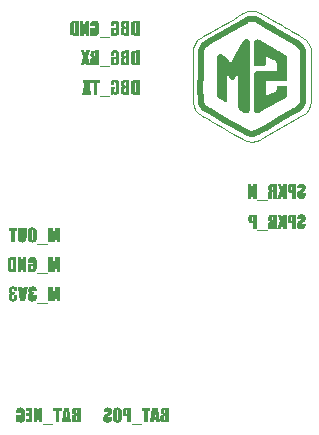
<source format=gbo>
G04*
G04 #@! TF.GenerationSoftware,Altium Limited,CircuitStudio,1.5.2 (30)*
G04*
G04 Layer_Color=13684944*
%FSLAX25Y25*%
%MOIN*%
G70*
G01*
G75*
%ADD96C,0.00394*%
%ADD97C,0.01969*%
G36*
X51945Y149606D02*
X50890D01*
Y151810D01*
X50232Y149606D01*
X49126D01*
Y154460D01*
X50180D01*
Y152271D01*
X50890Y154460D01*
X51945D01*
Y149606D01*
D02*
G37*
G36*
X42323Y61024D02*
X41217D01*
Y64223D01*
X40749Y61024D01*
X39973D01*
X39541Y64296D01*
X39534Y61024D01*
X38429D01*
Y65877D01*
X40076D01*
X40368Y63608D01*
X40544Y64845D01*
X40573Y65057D01*
X40603Y65255D01*
X40625Y65430D01*
X40654Y65584D01*
X40661Y65650D01*
X40668Y65708D01*
X40676Y65760D01*
X40683Y65796D01*
X40690Y65833D01*
X40698Y65855D01*
Y65869D01*
Y65877D01*
X42323D01*
Y61024D01*
D02*
G37*
G36*
X69685Y19901D02*
X66223D01*
Y20208D01*
X69685D01*
Y19901D01*
D02*
G37*
G36*
X30838Y61024D02*
X28927D01*
X28276Y65877D01*
X29608D01*
X29696Y64969D01*
X29718Y64764D01*
X29740Y64552D01*
X29776Y64120D01*
X29791Y63908D01*
X29813Y63703D01*
X29828Y63505D01*
X29842Y63315D01*
X29857Y63139D01*
X29871Y62978D01*
X29879Y62832D01*
X29893Y62714D01*
X29901Y62612D01*
Y62539D01*
X29908Y62510D01*
Y62488D01*
Y62480D01*
Y62473D01*
X29930Y62744D01*
X29952Y63022D01*
X30003Y63593D01*
X30033Y63886D01*
X30062Y64164D01*
X30091Y64435D01*
X30113Y64698D01*
X30142Y64947D01*
X30164Y65167D01*
X30186Y65372D01*
X30194Y65460D01*
X30201Y65540D01*
X30208Y65613D01*
X30216Y65679D01*
X30223Y65738D01*
X30230Y65789D01*
Y65825D01*
X30237Y65855D01*
Y65869D01*
Y65877D01*
X31570D01*
X30838Y61024D01*
D02*
G37*
G36*
X60919Y154547D02*
X61102Y154518D01*
X61263Y154481D01*
X61395Y154430D01*
X61497Y154379D01*
X61541Y154357D01*
X61578Y154342D01*
X61607Y154320D01*
X61629Y154313D01*
X61636Y154298D01*
X61643D01*
X61761Y154196D01*
X61856Y154101D01*
X61929Y153998D01*
X61988Y153911D01*
X62024Y153837D01*
X62053Y153771D01*
X62061Y153735D01*
X62068Y153727D01*
Y153720D01*
X62083Y153654D01*
X62090Y153588D01*
X62112Y153427D01*
X62127Y153259D01*
X62134Y153098D01*
Y152944D01*
X62141Y152878D01*
Y152827D01*
Y152776D01*
Y152739D01*
Y152717D01*
Y152710D01*
Y151268D01*
Y151092D01*
X62134Y150938D01*
Y150807D01*
X62127Y150704D01*
X62119Y150617D01*
Y150558D01*
X62112Y150529D01*
Y150514D01*
X62090Y150419D01*
X62068Y150338D01*
X62039Y150258D01*
X62010Y150185D01*
X61980Y150126D01*
X61951Y150075D01*
X61936Y150046D01*
X61929Y150038D01*
X61870Y149958D01*
X61797Y149884D01*
X61731Y149819D01*
X61658Y149760D01*
X61600Y149716D01*
X61548Y149687D01*
X61519Y149665D01*
X61504Y149657D01*
X61402Y149606D01*
X61292Y149570D01*
X61197Y149540D01*
X61102Y149526D01*
X61029Y149511D01*
X60963Y149504D01*
X60912D01*
X60816Y149511D01*
X60729Y149519D01*
X60648Y149540D01*
X60582Y149562D01*
X60524Y149577D01*
X60487Y149599D01*
X60458Y149606D01*
X60450Y149614D01*
X60377Y149657D01*
X60319Y149716D01*
X60260Y149767D01*
X60209Y149826D01*
X60172Y149870D01*
X60143Y149914D01*
X60128Y149943D01*
X60121Y149950D01*
X60004Y149606D01*
X59206D01*
Y152212D01*
X60685D01*
Y151473D01*
X60428D01*
Y150895D01*
Y150777D01*
X60436Y150675D01*
X60443Y150594D01*
X60450Y150536D01*
X60465Y150492D01*
X60472Y150455D01*
X60480Y150441D01*
Y150434D01*
X60502Y150397D01*
X60531Y150368D01*
X60560Y150353D01*
X60597Y150338D01*
X60626Y150331D01*
X60648Y150324D01*
X60670D01*
X60714Y150331D01*
X60751Y150338D01*
X60809Y150375D01*
X60838Y150411D01*
X60846Y150419D01*
Y150426D01*
X60860Y150477D01*
X60868Y150536D01*
X60875Y150609D01*
Y150675D01*
X60882Y150741D01*
Y150800D01*
Y150836D01*
Y150851D01*
Y153186D01*
Y153310D01*
X60875Y153413D01*
X60868Y153493D01*
X60860Y153559D01*
Y153603D01*
X60853Y153625D01*
X60846Y153640D01*
Y153647D01*
X60824Y153676D01*
X60802Y153706D01*
X60743Y153727D01*
X60699Y153742D01*
X60677D01*
X60633Y153735D01*
X60597Y153727D01*
X60567Y153706D01*
X60545Y153691D01*
X60516Y153647D01*
X60509Y153640D01*
Y153632D01*
X60502Y153610D01*
X60494Y153581D01*
X60480Y153508D01*
X60472Y153420D01*
Y153332D01*
X60465Y153252D01*
Y153179D01*
Y153149D01*
Y153135D01*
Y153120D01*
Y153113D01*
Y152673D01*
X59206D01*
Y152878D01*
X59213Y153091D01*
X59221Y153274D01*
X59243Y153427D01*
X59264Y153559D01*
X59286Y153654D01*
X59301Y153727D01*
X59316Y153771D01*
X59323Y153786D01*
X59374Y153903D01*
X59440Y154006D01*
X59521Y154094D01*
X59601Y154174D01*
X59674Y154240D01*
X59740Y154291D01*
X59784Y154320D01*
X59792Y154328D01*
X59799D01*
X59945Y154408D01*
X60099Y154467D01*
X60253Y154503D01*
X60399Y154533D01*
X60524Y154547D01*
X60582Y154555D01*
X60626Y154562D01*
X60721D01*
X60919Y154547D01*
D02*
G37*
G36*
X54141D02*
X54324Y154518D01*
X54485Y154481D01*
X54616Y154430D01*
X54719Y154379D01*
X54763Y154357D01*
X54799Y154342D01*
X54829Y154320D01*
X54851Y154313D01*
X54858Y154298D01*
X54865D01*
X54982Y154196D01*
X55077Y154101D01*
X55151Y153998D01*
X55209Y153911D01*
X55246Y153837D01*
X55275Y153771D01*
X55282Y153735D01*
X55290Y153727D01*
Y153720D01*
X55304Y153654D01*
X55312Y153588D01*
X55334Y153427D01*
X55348Y153259D01*
X55356Y153098D01*
Y152944D01*
X55363Y152878D01*
Y152827D01*
Y152776D01*
Y152739D01*
Y152717D01*
Y152710D01*
Y151268D01*
Y151092D01*
X55356Y150938D01*
Y150807D01*
X55348Y150704D01*
X55341Y150617D01*
Y150558D01*
X55334Y150529D01*
Y150514D01*
X55312Y150419D01*
X55290Y150338D01*
X55260Y150258D01*
X55231Y150185D01*
X55202Y150126D01*
X55173Y150075D01*
X55158Y150046D01*
X55151Y150038D01*
X55092Y149958D01*
X55019Y149884D01*
X54953Y149819D01*
X54880Y149760D01*
X54821Y149716D01*
X54770Y149687D01*
X54741Y149665D01*
X54726Y149657D01*
X54624Y149606D01*
X54514Y149570D01*
X54419Y149540D01*
X54324Y149526D01*
X54250Y149511D01*
X54184Y149504D01*
X54133D01*
X54038Y149511D01*
X53950Y149519D01*
X53870Y149540D01*
X53804Y149562D01*
X53745Y149577D01*
X53709Y149599D01*
X53679Y149606D01*
X53672Y149614D01*
X53599Y149657D01*
X53540Y149716D01*
X53482Y149767D01*
X53430Y149826D01*
X53394Y149870D01*
X53365Y149914D01*
X53350Y149943D01*
X53343Y149950D01*
X53225Y149606D01*
X52428D01*
Y152212D01*
X53906D01*
Y151473D01*
X53650D01*
Y150895D01*
Y150777D01*
X53657Y150675D01*
X53665Y150594D01*
X53672Y150536D01*
X53687Y150492D01*
X53694Y150455D01*
X53701Y150441D01*
Y150434D01*
X53723Y150397D01*
X53753Y150368D01*
X53782Y150353D01*
X53818Y150338D01*
X53848Y150331D01*
X53870Y150324D01*
X53892D01*
X53936Y150331D01*
X53972Y150338D01*
X54031Y150375D01*
X54060Y150411D01*
X54067Y150419D01*
Y150426D01*
X54082Y150477D01*
X54089Y150536D01*
X54097Y150609D01*
Y150675D01*
X54104Y150741D01*
Y150800D01*
Y150836D01*
Y150851D01*
Y153186D01*
Y153310D01*
X54097Y153413D01*
X54089Y153493D01*
X54082Y153559D01*
Y153603D01*
X54075Y153625D01*
X54067Y153640D01*
Y153647D01*
X54045Y153676D01*
X54023Y153706D01*
X53965Y153727D01*
X53921Y153742D01*
X53899D01*
X53855Y153735D01*
X53818Y153727D01*
X53789Y153706D01*
X53767Y153691D01*
X53738Y153647D01*
X53731Y153640D01*
Y153632D01*
X53723Y153610D01*
X53716Y153581D01*
X53701Y153508D01*
X53694Y153420D01*
Y153332D01*
X53687Y153252D01*
Y153179D01*
Y153149D01*
Y153135D01*
Y153120D01*
Y153113D01*
Y152673D01*
X52428D01*
Y152878D01*
X52435Y153091D01*
X52442Y153274D01*
X52464Y153427D01*
X52486Y153559D01*
X52508Y153654D01*
X52523Y153727D01*
X52537Y153771D01*
X52545Y153786D01*
X52596Y153903D01*
X52662Y154006D01*
X52742Y154094D01*
X52823Y154174D01*
X52896Y154240D01*
X52962Y154291D01*
X53006Y154320D01*
X53013Y154328D01*
X53021D01*
X53167Y154408D01*
X53321Y154467D01*
X53474Y154503D01*
X53621Y154533D01*
X53745Y154547D01*
X53804Y154555D01*
X53848Y154562D01*
X53943D01*
X54141Y154547D01*
D02*
G37*
G36*
X27046Y65965D02*
X27156Y65950D01*
X27258Y65935D01*
X27346Y65913D01*
X27427Y65891D01*
X27507Y65869D01*
X27573Y65847D01*
X27632Y65825D01*
X27676Y65804D01*
X27719Y65782D01*
X27756Y65760D01*
X27778Y65745D01*
X27800Y65730D01*
X27807Y65723D01*
X27815D01*
X27873Y65672D01*
X27917Y65613D01*
X27998Y65474D01*
X28049Y65320D01*
X28093Y65167D01*
X28115Y65020D01*
X28122Y64955D01*
Y64896D01*
X28129Y64852D01*
Y64815D01*
Y64793D01*
Y64786D01*
Y64376D01*
X26914D01*
Y64771D01*
Y64867D01*
X26907Y64947D01*
X26900Y65013D01*
X26892Y65057D01*
X26885Y65093D01*
X26878Y65123D01*
X26870Y65130D01*
Y65137D01*
X26848Y65167D01*
X26826Y65189D01*
X26768Y65218D01*
X26724Y65225D01*
X26665D01*
X26629Y65211D01*
X26577Y65181D01*
X26548Y65152D01*
X26541Y65145D01*
Y65137D01*
X26519Y65101D01*
X26504Y65050D01*
X26490Y64940D01*
X26482Y64889D01*
Y64845D01*
Y64815D01*
Y64801D01*
Y64530D01*
Y64449D01*
X26490Y64376D01*
X26497Y64318D01*
X26504Y64274D01*
X26519Y64230D01*
X26526Y64208D01*
X26534Y64193D01*
Y64186D01*
X26577Y64120D01*
X26621Y64069D01*
X26665Y64047D01*
X26673Y64039D01*
X26680D01*
X26702Y64032D01*
X26731D01*
X26804Y64025D01*
X26892Y64017D01*
X26980D01*
X27068Y64010D01*
X27207D01*
Y63307D01*
X27090Y63300D01*
X26987D01*
X26907Y63285D01*
X26848Y63278D01*
X26804Y63271D01*
X26768Y63263D01*
X26753Y63256D01*
X26746D01*
X26702Y63242D01*
X26665Y63212D01*
X26607Y63161D01*
X26570Y63110D01*
X26555Y63095D01*
Y63088D01*
X26534Y63029D01*
X26519Y62971D01*
X26497Y62832D01*
X26490Y62773D01*
Y62722D01*
Y62693D01*
Y62678D01*
Y62341D01*
Y62261D01*
Y62187D01*
X26497Y62122D01*
Y62063D01*
X26504Y61961D01*
X26512Y61887D01*
X26519Y61836D01*
X26526Y61800D01*
X26534Y61785D01*
Y61778D01*
X26555Y61741D01*
X26577Y61719D01*
X26643Y61690D01*
X26673Y61682D01*
X26695Y61675D01*
X26717D01*
X26761Y61682D01*
X26797Y61690D01*
X26841Y61719D01*
X26870Y61741D01*
X26878Y61756D01*
X26892Y61800D01*
X26900Y61858D01*
X26907Y61924D01*
Y61990D01*
X26914Y62056D01*
Y62107D01*
Y62144D01*
Y62158D01*
Y62949D01*
X28129D01*
Y62561D01*
Y62436D01*
X28122Y62319D01*
Y62217D01*
X28115Y62122D01*
X28107Y62034D01*
X28100Y61953D01*
X28085Y61880D01*
X28078Y61814D01*
X28071Y61763D01*
X28056Y61712D01*
X28049Y61675D01*
X28041Y61646D01*
X28034Y61616D01*
Y61602D01*
X28027Y61587D01*
X27976Y61485D01*
X27917Y61397D01*
X27844Y61316D01*
X27778Y61251D01*
X27712Y61192D01*
X27654Y61155D01*
X27617Y61126D01*
X27602Y61119D01*
X27470Y61053D01*
X27324Y61009D01*
X27170Y60972D01*
X27024Y60950D01*
X26892Y60936D01*
X26841D01*
X26790Y60928D01*
X26695D01*
X26512Y60936D01*
X26351Y60950D01*
X26212Y60980D01*
X26094Y61009D01*
X25999Y61038D01*
X25926Y61067D01*
X25882Y61082D01*
X25868Y61089D01*
X25758Y61155D01*
X25662Y61236D01*
X25582Y61316D01*
X25516Y61397D01*
X25472Y61463D01*
X25436Y61521D01*
X25421Y61558D01*
X25414Y61573D01*
X25370Y61704D01*
X25333Y61851D01*
X25311Y61997D01*
X25289Y62144D01*
X25282Y62275D01*
Y62327D01*
X25275Y62378D01*
Y62414D01*
Y62451D01*
Y62466D01*
Y62473D01*
Y62612D01*
X25282Y62744D01*
X25289Y62854D01*
X25297Y62956D01*
X25304Y63051D01*
X25319Y63132D01*
X25333Y63198D01*
X25340Y63263D01*
X25355Y63315D01*
X25370Y63359D01*
X25384Y63388D01*
X25392Y63417D01*
X25406Y63454D01*
X25414Y63461D01*
X25472Y63534D01*
X25531Y63600D01*
X25604Y63652D01*
X25670Y63695D01*
X25728Y63725D01*
X25780Y63754D01*
X25809Y63761D01*
X25824Y63769D01*
X25728Y63827D01*
X25648Y63886D01*
X25575Y63937D01*
X25523Y63988D01*
X25487Y64032D01*
X25458Y64069D01*
X25443Y64091D01*
X25436Y64098D01*
X25399Y64179D01*
X25370Y64266D01*
X25348Y64369D01*
X25333Y64464D01*
X25326Y64552D01*
X25319Y64625D01*
Y64654D01*
Y64676D01*
Y64684D01*
Y64691D01*
Y64801D01*
X25333Y64903D01*
X25370Y65093D01*
X25421Y65255D01*
X25472Y65386D01*
X25531Y65489D01*
X25560Y65533D01*
X25582Y65569D01*
X25604Y65591D01*
X25619Y65613D01*
X25626Y65621D01*
X25633Y65628D01*
X25699Y65687D01*
X25772Y65745D01*
X25853Y65789D01*
X25948Y65825D01*
X26138Y65891D01*
X26336Y65928D01*
X26424Y65943D01*
X26512Y65957D01*
X26592Y65965D01*
X26665D01*
X26724Y65972D01*
X26929D01*
X27046Y65965D01*
D02*
G37*
G36*
X33517D02*
X33627Y65950D01*
X33729Y65935D01*
X33817Y65913D01*
X33898Y65891D01*
X33978Y65869D01*
X34044Y65847D01*
X34102Y65825D01*
X34146Y65804D01*
X34190Y65782D01*
X34227Y65760D01*
X34249Y65745D01*
X34271Y65730D01*
X34278Y65723D01*
X34286D01*
X34344Y65672D01*
X34388Y65613D01*
X34468Y65474D01*
X34520Y65320D01*
X34564Y65167D01*
X34586Y65020D01*
X34593Y64955D01*
Y64896D01*
X34600Y64852D01*
Y64815D01*
Y64793D01*
Y64786D01*
Y64376D01*
X33385D01*
Y64771D01*
Y64867D01*
X33378Y64947D01*
X33371Y65013D01*
X33363Y65057D01*
X33356Y65093D01*
X33349Y65123D01*
X33341Y65130D01*
Y65137D01*
X33319Y65167D01*
X33297Y65189D01*
X33239Y65218D01*
X33195Y65225D01*
X33136D01*
X33100Y65211D01*
X33048Y65181D01*
X33019Y65152D01*
X33012Y65145D01*
Y65137D01*
X32990Y65101D01*
X32975Y65050D01*
X32961Y64940D01*
X32953Y64889D01*
Y64845D01*
Y64815D01*
Y64801D01*
Y64530D01*
Y64449D01*
X32961Y64376D01*
X32968Y64318D01*
X32975Y64274D01*
X32990Y64230D01*
X32997Y64208D01*
X33005Y64193D01*
Y64186D01*
X33048Y64120D01*
X33092Y64069D01*
X33136Y64047D01*
X33143Y64039D01*
X33151D01*
X33173Y64032D01*
X33202D01*
X33275Y64025D01*
X33363Y64017D01*
X33451D01*
X33539Y64010D01*
X33678D01*
Y63307D01*
X33561Y63300D01*
X33458D01*
X33378Y63285D01*
X33319Y63278D01*
X33275Y63271D01*
X33239Y63263D01*
X33224Y63256D01*
X33217D01*
X33173Y63242D01*
X33136Y63212D01*
X33078Y63161D01*
X33041Y63110D01*
X33026Y63095D01*
Y63088D01*
X33005Y63029D01*
X32990Y62971D01*
X32968Y62832D01*
X32961Y62773D01*
Y62722D01*
Y62693D01*
Y62678D01*
Y62341D01*
Y62261D01*
Y62187D01*
X32968Y62122D01*
Y62063D01*
X32975Y61961D01*
X32983Y61887D01*
X32990Y61836D01*
X32997Y61800D01*
X33005Y61785D01*
Y61778D01*
X33026Y61741D01*
X33048Y61719D01*
X33114Y61690D01*
X33143Y61682D01*
X33165Y61675D01*
X33187D01*
X33231Y61682D01*
X33268Y61690D01*
X33312Y61719D01*
X33341Y61741D01*
X33349Y61756D01*
X33363Y61800D01*
X33371Y61858D01*
X33378Y61924D01*
Y61990D01*
X33385Y62056D01*
Y62107D01*
Y62144D01*
Y62158D01*
Y62949D01*
X34600D01*
Y62561D01*
Y62436D01*
X34593Y62319D01*
Y62217D01*
X34586Y62122D01*
X34578Y62034D01*
X34571Y61953D01*
X34556Y61880D01*
X34549Y61814D01*
X34542Y61763D01*
X34527Y61712D01*
X34520Y61675D01*
X34512Y61646D01*
X34505Y61616D01*
Y61602D01*
X34498Y61587D01*
X34446Y61485D01*
X34388Y61397D01*
X34315Y61316D01*
X34249Y61251D01*
X34183Y61192D01*
X34124Y61155D01*
X34088Y61126D01*
X34073Y61119D01*
X33941Y61053D01*
X33795Y61009D01*
X33641Y60972D01*
X33495Y60950D01*
X33363Y60936D01*
X33312D01*
X33261Y60928D01*
X33165D01*
X32983Y60936D01*
X32822Y60950D01*
X32682Y60980D01*
X32565Y61009D01*
X32470Y61038D01*
X32397Y61067D01*
X32353Y61082D01*
X32338Y61089D01*
X32229Y61155D01*
X32133Y61236D01*
X32053Y61316D01*
X31987Y61397D01*
X31943Y61463D01*
X31907Y61521D01*
X31892Y61558D01*
X31885Y61573D01*
X31841Y61704D01*
X31804Y61851D01*
X31782Y61997D01*
X31760Y62144D01*
X31753Y62275D01*
Y62327D01*
X31745Y62378D01*
Y62414D01*
Y62451D01*
Y62466D01*
Y62473D01*
Y62612D01*
X31753Y62744D01*
X31760Y62854D01*
X31767Y62956D01*
X31775Y63051D01*
X31789Y63132D01*
X31804Y63198D01*
X31811Y63263D01*
X31826Y63315D01*
X31841Y63359D01*
X31855Y63388D01*
X31863Y63417D01*
X31877Y63454D01*
X31885Y63461D01*
X31943Y63534D01*
X32002Y63600D01*
X32075Y63652D01*
X32141Y63695D01*
X32199Y63725D01*
X32250Y63754D01*
X32280Y63761D01*
X32294Y63769D01*
X32199Y63827D01*
X32119Y63886D01*
X32046Y63937D01*
X31994Y63988D01*
X31958Y64032D01*
X31928Y64069D01*
X31914Y64091D01*
X31907Y64098D01*
X31870Y64179D01*
X31841Y64266D01*
X31819Y64369D01*
X31804Y64464D01*
X31797Y64552D01*
X31789Y64625D01*
Y64654D01*
Y64676D01*
Y64684D01*
Y64691D01*
Y64801D01*
X31804Y64903D01*
X31841Y65093D01*
X31892Y65255D01*
X31943Y65386D01*
X32002Y65489D01*
X32031Y65533D01*
X32053Y65569D01*
X32075Y65591D01*
X32089Y65613D01*
X32097Y65621D01*
X32104Y65628D01*
X32170Y65687D01*
X32243Y65745D01*
X32324Y65789D01*
X32419Y65825D01*
X32609Y65891D01*
X32807Y65928D01*
X32895Y65943D01*
X32983Y65957D01*
X33063Y65965D01*
X33136D01*
X33195Y65972D01*
X33400D01*
X33517Y65965D01*
D02*
G37*
G36*
X78740Y20669D02*
X77144D01*
X77020Y20677D01*
X76910D01*
X76808Y20684D01*
X76713Y20691D01*
X76632Y20699D01*
X76559Y20706D01*
X76493Y20713D01*
X76442Y20720D01*
X76390Y20728D01*
X76354D01*
X76325Y20735D01*
X76303Y20742D01*
X76288Y20750D01*
X76273D01*
X76186Y20786D01*
X76112Y20838D01*
X76054Y20889D01*
X76003Y20947D01*
X75966Y20991D01*
X75937Y21035D01*
X75922Y21065D01*
X75915Y21072D01*
X75878Y21174D01*
X75849Y21292D01*
X75827Y21409D01*
X75812Y21526D01*
X75805Y21635D01*
X75797Y21723D01*
Y21760D01*
Y21782D01*
Y21797D01*
Y21804D01*
Y22250D01*
X75805Y22419D01*
X75819Y22558D01*
X75849Y22682D01*
X75878Y22777D01*
X75907Y22858D01*
X75937Y22909D01*
X75951Y22946D01*
X75959Y22953D01*
X76024Y23034D01*
X76112Y23107D01*
X76215Y23158D01*
X76310Y23209D01*
X76405Y23239D01*
X76478Y23268D01*
X76508Y23275D01*
X76530D01*
X76544Y23282D01*
X76552D01*
X76412Y23319D01*
X76303Y23363D01*
X76207Y23400D01*
X76142Y23444D01*
X76090Y23480D01*
X76054Y23509D01*
X76032Y23531D01*
X76024Y23539D01*
X75981Y23612D01*
X75944Y23700D01*
X75922Y23802D01*
X75900Y23897D01*
X75893Y23985D01*
X75885Y24066D01*
Y24095D01*
Y24110D01*
Y24124D01*
Y24132D01*
Y24249D01*
X75893Y24351D01*
X75900Y24454D01*
X75915Y24542D01*
X75929Y24629D01*
X75944Y24703D01*
X75966Y24769D01*
X75981Y24827D01*
X75995Y24878D01*
X76017Y24922D01*
X76046Y24995D01*
X76068Y25032D01*
X76076Y25047D01*
X76149Y25142D01*
X76237Y25230D01*
X76317Y25295D01*
X76398Y25347D01*
X76464Y25383D01*
X76522Y25405D01*
X76559Y25420D01*
X76573Y25427D01*
X76698Y25457D01*
X76844Y25486D01*
X76998Y25501D01*
X77144Y25508D01*
X77276Y25515D01*
X77335Y25523D01*
X78740D01*
Y20669D01*
D02*
G37*
G36*
X75637D02*
X74334D01*
X74260Y21540D01*
X73807D01*
X73733Y20669D01*
X72445D01*
X73177Y25523D01*
X74992D01*
X75637Y20669D01*
D02*
G37*
G36*
X31145Y70866D02*
X30091D01*
Y73070D01*
X29432Y70866D01*
X28327D01*
Y75719D01*
X29381D01*
Y73531D01*
X30091Y75719D01*
X31145D01*
Y70866D01*
D02*
G37*
G36*
X38209Y60255D02*
X34747D01*
Y60562D01*
X38209D01*
Y60255D01*
D02*
G37*
G36*
X61648Y25618D02*
X61787Y25603D01*
X61911Y25581D01*
X62014Y25559D01*
X62102Y25530D01*
X62168Y25508D01*
X62212Y25493D01*
X62219Y25486D01*
X62226D01*
X62336Y25435D01*
X62431Y25369D01*
X62519Y25303D01*
X62585Y25244D01*
X62643Y25186D01*
X62680Y25142D01*
X62709Y25113D01*
X62717Y25098D01*
X62775Y25003D01*
X62827Y24908D01*
X62863Y24812D01*
X62885Y24725D01*
X62907Y24651D01*
X62922Y24593D01*
X62929Y24556D01*
Y24542D01*
X62936Y24483D01*
Y24410D01*
X62944Y24256D01*
X62951Y24080D01*
Y23912D01*
X62958Y23758D01*
Y23685D01*
Y23627D01*
Y23583D01*
Y23539D01*
Y23517D01*
Y23509D01*
Y22675D01*
Y22543D01*
Y22419D01*
Y22302D01*
X62951Y22199D01*
Y22104D01*
Y22016D01*
X62944Y21943D01*
Y21870D01*
Y21811D01*
X62936Y21760D01*
Y21723D01*
Y21687D01*
X62929Y21657D01*
Y21643D01*
Y21635D01*
Y21628D01*
X62907Y21518D01*
X62878Y21416D01*
X62841Y21321D01*
X62805Y21240D01*
X62761Y21167D01*
X62731Y21116D01*
X62709Y21087D01*
X62702Y21072D01*
X62629Y20984D01*
X62541Y20903D01*
X62461Y20838D01*
X62380Y20786D01*
X62314Y20742D01*
X62256Y20713D01*
X62219Y20699D01*
X62204Y20691D01*
X62087Y20647D01*
X61963Y20618D01*
X61846Y20596D01*
X61736Y20582D01*
X61641Y20574D01*
X61567Y20567D01*
X61502D01*
X61355Y20574D01*
X61223Y20589D01*
X61099Y20611D01*
X60997Y20633D01*
X60909Y20655D01*
X60843Y20677D01*
X60806Y20691D01*
X60791Y20699D01*
X60682Y20750D01*
X60579Y20816D01*
X60499Y20874D01*
X60426Y20940D01*
X60374Y20991D01*
X60330Y21035D01*
X60308Y21072D01*
X60301Y21079D01*
X60242Y21174D01*
X60191Y21277D01*
X60147Y21365D01*
X60125Y21452D01*
X60103Y21526D01*
X60089Y21584D01*
X60081Y21621D01*
Y21635D01*
X60074Y21701D01*
X60067Y21767D01*
X60059Y21928D01*
X60052Y22097D01*
Y22272D01*
X60045Y22426D01*
Y22499D01*
Y22558D01*
Y22609D01*
Y22646D01*
Y22668D01*
Y22675D01*
Y23509D01*
Y23641D01*
Y23766D01*
Y23883D01*
X60052Y23985D01*
Y24080D01*
X60059Y24168D01*
Y24249D01*
Y24315D01*
X60067Y24373D01*
Y24424D01*
X60074Y24461D01*
Y24498D01*
X60081Y24527D01*
Y24542D01*
Y24556D01*
X60103Y24666D01*
X60133Y24769D01*
X60169Y24864D01*
X60206Y24944D01*
X60242Y25017D01*
X60279Y25069D01*
X60301Y25098D01*
X60308Y25113D01*
X60382Y25200D01*
X60469Y25281D01*
X60550Y25347D01*
X60631Y25398D01*
X60696Y25442D01*
X60755Y25471D01*
X60791Y25486D01*
X60806Y25493D01*
X60923Y25537D01*
X61048Y25566D01*
X61158Y25596D01*
X61267Y25610D01*
X61362Y25618D01*
X61436Y25625D01*
X61502D01*
X61648Y25618D01*
D02*
G37*
G36*
X58471D02*
X58625Y25603D01*
X58757Y25581D01*
X58866Y25552D01*
X58961Y25523D01*
X59027Y25501D01*
X59071Y25486D01*
X59079Y25479D01*
X59086D01*
X59196Y25420D01*
X59291Y25354D01*
X59364Y25288D01*
X59430Y25222D01*
X59481Y25157D01*
X59510Y25113D01*
X59532Y25083D01*
X59540Y25069D01*
X59584Y24959D01*
X59620Y24834D01*
X59642Y24703D01*
X59664Y24564D01*
X59672Y24446D01*
Y24395D01*
X59679Y24344D01*
Y24307D01*
Y24278D01*
Y24263D01*
Y24256D01*
X59672Y24117D01*
X59664Y23993D01*
X59650Y23883D01*
X59628Y23795D01*
X59613Y23722D01*
X59598Y23663D01*
X59591Y23634D01*
X59584Y23619D01*
X59540Y23531D01*
X59503Y23451D01*
X59459Y23385D01*
X59415Y23334D01*
X59379Y23290D01*
X59350Y23261D01*
X59335Y23239D01*
X59328Y23231D01*
X59298Y23202D01*
X59254Y23173D01*
X59167Y23099D01*
X59064Y23026D01*
X58961Y22953D01*
X58859Y22887D01*
X58779Y22829D01*
X58749Y22807D01*
X58727Y22792D01*
X58713Y22785D01*
X58705Y22777D01*
X58625Y22719D01*
X58544Y22668D01*
X58478Y22624D01*
X58412Y22580D01*
X58310Y22507D01*
X58230Y22441D01*
X58178Y22397D01*
X58142Y22367D01*
X58120Y22346D01*
X58112Y22338D01*
X58076Y22280D01*
X58047Y22192D01*
X58025Y22104D01*
X58010Y22009D01*
X58003Y21921D01*
X57995Y21848D01*
Y21818D01*
Y21797D01*
Y21782D01*
Y21775D01*
Y21709D01*
X58003Y21650D01*
X58017Y21599D01*
X58025Y21555D01*
X58039Y21526D01*
X58054Y21504D01*
X58061Y21489D01*
Y21482D01*
X58083Y21452D01*
X58112Y21431D01*
X58178Y21401D01*
X58208Y21394D01*
X58230Y21387D01*
X58252D01*
X58332Y21401D01*
X58383Y21423D01*
X58420Y21445D01*
X58427Y21460D01*
X58442Y21496D01*
X58449Y21548D01*
X58464Y21665D01*
X58471Y21723D01*
Y21767D01*
Y21797D01*
Y21811D01*
Y22411D01*
X59642D01*
Y22089D01*
X59635Y21899D01*
X59628Y21723D01*
X59606Y21577D01*
X59584Y21460D01*
X59569Y21365D01*
X59547Y21299D01*
X59540Y21255D01*
X59532Y21240D01*
X59481Y21138D01*
X59415Y21043D01*
X59335Y20962D01*
X59254Y20889D01*
X59181Y20830D01*
X59123Y20794D01*
X59079Y20764D01*
X59071Y20757D01*
X59064D01*
X58925Y20691D01*
X58779Y20647D01*
X58632Y20611D01*
X58500Y20589D01*
X58376Y20574D01*
X58325D01*
X58288Y20567D01*
X58200D01*
X58032Y20574D01*
X57878Y20589D01*
X57739Y20618D01*
X57622Y20647D01*
X57527Y20677D01*
X57454Y20706D01*
X57432Y20713D01*
X57410Y20720D01*
X57402Y20728D01*
X57395D01*
X57271Y20794D01*
X57175Y20860D01*
X57088Y20933D01*
X57022Y20999D01*
X56978Y21050D01*
X56941Y21101D01*
X56927Y21130D01*
X56919Y21138D01*
X56875Y21240D01*
X56846Y21365D01*
X56824Y21489D01*
X56809Y21614D01*
X56802Y21731D01*
X56795Y21782D01*
Y21818D01*
Y21855D01*
Y21884D01*
Y21899D01*
Y21906D01*
Y22038D01*
X56802Y22155D01*
X56817Y22265D01*
X56831Y22367D01*
X56846Y22463D01*
X56861Y22550D01*
X56883Y22624D01*
X56905Y22690D01*
X56927Y22748D01*
X56941Y22799D01*
X56963Y22843D01*
X56978Y22880D01*
X56992Y22902D01*
X57007Y22924D01*
X57014Y22939D01*
X57066Y23004D01*
X57124Y23070D01*
X57190Y23136D01*
X57271Y23202D01*
X57446Y23341D01*
X57629Y23473D01*
X57798Y23590D01*
X57871Y23641D01*
X57944Y23685D01*
X57995Y23714D01*
X58039Y23744D01*
X58069Y23758D01*
X58076Y23766D01*
X58178Y23832D01*
X58259Y23890D01*
X58317Y23941D01*
X58369Y23985D01*
X58398Y24014D01*
X58420Y24044D01*
X58434Y24058D01*
Y24066D01*
X58456Y24117D01*
X58471Y24168D01*
X58493Y24293D01*
Y24344D01*
X58500Y24388D01*
Y24417D01*
Y24424D01*
Y24490D01*
X58493Y24549D01*
X58478Y24600D01*
X58471Y24637D01*
X58456Y24673D01*
X58449Y24695D01*
X58442Y24703D01*
Y24710D01*
X58420Y24739D01*
X58391Y24769D01*
X58332Y24791D01*
X58288Y24805D01*
X58266D01*
X58200Y24791D01*
X58156Y24769D01*
X58127Y24746D01*
X58120Y24732D01*
X58105Y24703D01*
X58090Y24651D01*
X58083Y24600D01*
X58076Y24549D01*
X58069Y24498D01*
Y24454D01*
Y24424D01*
Y24410D01*
Y24051D01*
X56897D01*
Y24241D01*
Y24344D01*
X56905Y24446D01*
Y24534D01*
X56912Y24615D01*
X56927Y24688D01*
X56934Y24754D01*
X56956Y24871D01*
X56978Y24951D01*
X56992Y25017D01*
X57007Y25047D01*
X57014Y25061D01*
X57066Y25149D01*
X57131Y25230D01*
X57205Y25295D01*
X57285Y25354D01*
X57358Y25398D01*
X57417Y25435D01*
X57461Y25457D01*
X57468Y25464D01*
X57476D01*
X57607Y25515D01*
X57754Y25559D01*
X57893Y25588D01*
X58025Y25603D01*
X58134Y25618D01*
X58186D01*
X58230Y25625D01*
X58310D01*
X58471Y25618D01*
D02*
G37*
G36*
X72445Y24549D02*
X71698D01*
Y20669D01*
X70439D01*
Y24549D01*
X69685D01*
Y25523D01*
X72445D01*
Y24549D01*
D02*
G37*
G36*
X66011Y20669D02*
X64752D01*
Y22624D01*
X64415D01*
X64268Y22631D01*
X64137Y22638D01*
X64020Y22660D01*
X63924Y22682D01*
X63844Y22697D01*
X63785Y22719D01*
X63756Y22726D01*
X63741Y22734D01*
X63654Y22785D01*
X63580Y22836D01*
X63515Y22887D01*
X63471Y22946D01*
X63434Y22990D01*
X63412Y23026D01*
X63397Y23056D01*
X63390Y23063D01*
X63354Y23151D01*
X63332Y23261D01*
X63310Y23370D01*
X63302Y23480D01*
X63295Y23583D01*
X63288Y23663D01*
Y23692D01*
Y23714D01*
Y23729D01*
Y23736D01*
Y24161D01*
Y24322D01*
X63295Y24461D01*
X63302Y24571D01*
X63310Y24666D01*
X63324Y24739D01*
X63332Y24791D01*
X63339Y24827D01*
Y24834D01*
X63361Y24915D01*
X63390Y24988D01*
X63419Y25047D01*
X63456Y25098D01*
X63485Y25142D01*
X63507Y25171D01*
X63522Y25193D01*
X63529Y25200D01*
X63588Y25252D01*
X63654Y25303D01*
X63793Y25376D01*
X63851Y25398D01*
X63902Y25420D01*
X63932Y25435D01*
X63946D01*
X64064Y25464D01*
X64188Y25486D01*
X64320Y25501D01*
X64451Y25515D01*
X64561D01*
X64613Y25523D01*
X66011D01*
Y20669D01*
D02*
G37*
G36*
X68898Y139764D02*
X67148D01*
X67009Y139771D01*
X66892Y139778D01*
X66797Y139786D01*
X66724Y139793D01*
X66672Y139800D01*
X66636Y139808D01*
X66628D01*
X66548Y139830D01*
X66475Y139859D01*
X66409Y139888D01*
X66350Y139918D01*
X66306Y139939D01*
X66277Y139961D01*
X66255Y139976D01*
X66248Y139983D01*
X66197Y140035D01*
X66153Y140093D01*
X66116Y140144D01*
X66087Y140203D01*
X66065Y140254D01*
X66050Y140291D01*
X66035Y140320D01*
Y140327D01*
X66021Y140371D01*
X66014Y140430D01*
X65999Y140554D01*
X65984Y140701D01*
X65977Y140847D01*
X65970Y140979D01*
Y141037D01*
Y141096D01*
Y141140D01*
Y141169D01*
Y141191D01*
Y141199D01*
Y142904D01*
Y143028D01*
Y143138D01*
X65977Y143248D01*
Y143336D01*
Y143424D01*
X65984Y143497D01*
Y143563D01*
X65992Y143621D01*
X65999Y143673D01*
Y143717D01*
X66006Y143753D01*
Y143782D01*
X66014Y143812D01*
Y143826D01*
X66035Y143914D01*
X66065Y143995D01*
X66101Y144061D01*
X66138Y144126D01*
X66167Y144178D01*
X66197Y144214D01*
X66219Y144244D01*
X66226Y144251D01*
X66292Y144317D01*
X66372Y144375D01*
X66453Y144427D01*
X66533Y144463D01*
X66606Y144492D01*
X66665Y144515D01*
X66702Y144529D01*
X66716D01*
X66782Y144544D01*
X66863Y144558D01*
X66951Y144573D01*
X67046Y144580D01*
X67251Y144595D01*
X67456Y144610D01*
X67646D01*
X67734Y144617D01*
X68898D01*
Y139764D01*
D02*
G37*
G36*
X65501D02*
X63905D01*
X63781Y139771D01*
X63671D01*
X63569Y139778D01*
X63473Y139786D01*
X63393Y139793D01*
X63320Y139800D01*
X63254Y139808D01*
X63203Y139815D01*
X63151Y139822D01*
X63115D01*
X63086Y139830D01*
X63064Y139837D01*
X63049Y139844D01*
X63034D01*
X62946Y139881D01*
X62873Y139932D01*
X62815Y139983D01*
X62764Y140042D01*
X62727Y140086D01*
X62698Y140130D01*
X62683Y140159D01*
X62676Y140166D01*
X62639Y140269D01*
X62610Y140386D01*
X62588Y140503D01*
X62573Y140620D01*
X62566Y140730D01*
X62559Y140818D01*
Y140855D01*
Y140876D01*
Y140891D01*
Y140898D01*
Y141345D01*
X62566Y141513D01*
X62581Y141652D01*
X62610Y141777D01*
X62639Y141872D01*
X62668Y141953D01*
X62698Y142004D01*
X62712Y142040D01*
X62720Y142048D01*
X62785Y142128D01*
X62873Y142201D01*
X62976Y142253D01*
X63071Y142304D01*
X63166Y142333D01*
X63239Y142362D01*
X63269Y142370D01*
X63291D01*
X63305Y142377D01*
X63313D01*
X63173Y142414D01*
X63064Y142457D01*
X62968Y142494D01*
X62903Y142538D01*
X62851Y142575D01*
X62815Y142604D01*
X62793Y142626D01*
X62785Y142633D01*
X62742Y142706D01*
X62705Y142794D01*
X62683Y142897D01*
X62661Y142992D01*
X62654Y143080D01*
X62646Y143160D01*
Y143190D01*
Y143204D01*
Y143219D01*
Y143226D01*
Y143343D01*
X62654Y143446D01*
X62661Y143548D01*
X62676Y143636D01*
X62690Y143724D01*
X62705Y143797D01*
X62727Y143863D01*
X62742Y143921D01*
X62756Y143973D01*
X62778Y144017D01*
X62807Y144090D01*
X62829Y144126D01*
X62837Y144141D01*
X62910Y144236D01*
X62998Y144324D01*
X63078Y144390D01*
X63159Y144441D01*
X63225Y144478D01*
X63283Y144500D01*
X63320Y144515D01*
X63334Y144522D01*
X63459Y144551D01*
X63605Y144580D01*
X63759Y144595D01*
X63905Y144602D01*
X64037Y144610D01*
X64096Y144617D01*
X65501D01*
Y139764D01*
D02*
G37*
G36*
X68898Y129921D02*
X67148D01*
X67009Y129929D01*
X66892Y129936D01*
X66797Y129943D01*
X66724Y129950D01*
X66672Y129958D01*
X66636Y129965D01*
X66628D01*
X66548Y129987D01*
X66475Y130016D01*
X66409Y130046D01*
X66350Y130075D01*
X66306Y130097D01*
X66277Y130119D01*
X66255Y130133D01*
X66248Y130141D01*
X66197Y130192D01*
X66153Y130251D01*
X66116Y130302D01*
X66087Y130360D01*
X66065Y130412D01*
X66050Y130448D01*
X66035Y130478D01*
Y130485D01*
X66021Y130529D01*
X66014Y130587D01*
X65999Y130712D01*
X65984Y130858D01*
X65977Y131005D01*
X65970Y131136D01*
Y131195D01*
Y131254D01*
Y131297D01*
Y131327D01*
Y131349D01*
Y131356D01*
Y133062D01*
Y133186D01*
Y133296D01*
X65977Y133406D01*
Y133493D01*
Y133581D01*
X65984Y133654D01*
Y133720D01*
X65992Y133779D01*
X65999Y133830D01*
Y133874D01*
X66006Y133911D01*
Y133940D01*
X66014Y133969D01*
Y133984D01*
X66035Y134072D01*
X66065Y134152D01*
X66101Y134218D01*
X66138Y134284D01*
X66167Y134335D01*
X66197Y134372D01*
X66219Y134401D01*
X66226Y134408D01*
X66292Y134474D01*
X66372Y134533D01*
X66453Y134584D01*
X66533Y134621D01*
X66606Y134650D01*
X66665Y134672D01*
X66702Y134687D01*
X66716D01*
X66782Y134701D01*
X66863Y134716D01*
X66951Y134731D01*
X67046Y134738D01*
X67251Y134753D01*
X67456Y134767D01*
X67646D01*
X67734Y134774D01*
X68898D01*
Y129921D01*
D02*
G37*
G36*
X60919Y144705D02*
X61102Y144676D01*
X61263Y144639D01*
X61395Y144588D01*
X61497Y144536D01*
X61541Y144515D01*
X61578Y144500D01*
X61607Y144478D01*
X61629Y144471D01*
X61636Y144456D01*
X61643D01*
X61761Y144353D01*
X61856Y144258D01*
X61929Y144156D01*
X61988Y144068D01*
X62024Y143995D01*
X62053Y143929D01*
X62061Y143892D01*
X62068Y143885D01*
Y143878D01*
X62083Y143812D01*
X62090Y143746D01*
X62112Y143585D01*
X62127Y143417D01*
X62134Y143255D01*
Y143102D01*
X62141Y143036D01*
Y142985D01*
Y142933D01*
Y142897D01*
Y142875D01*
Y142868D01*
Y141425D01*
Y141250D01*
X62134Y141096D01*
Y140964D01*
X62127Y140862D01*
X62119Y140774D01*
Y140715D01*
X62112Y140686D01*
Y140672D01*
X62090Y140576D01*
X62068Y140496D01*
X62039Y140415D01*
X62010Y140342D01*
X61980Y140284D01*
X61951Y140232D01*
X61936Y140203D01*
X61929Y140196D01*
X61870Y140115D01*
X61797Y140042D01*
X61731Y139976D01*
X61658Y139918D01*
X61600Y139874D01*
X61548Y139844D01*
X61519Y139822D01*
X61504Y139815D01*
X61402Y139764D01*
X61292Y139727D01*
X61197Y139698D01*
X61102Y139683D01*
X61029Y139669D01*
X60963Y139661D01*
X60912D01*
X60816Y139669D01*
X60729Y139676D01*
X60648Y139698D01*
X60582Y139720D01*
X60524Y139734D01*
X60487Y139757D01*
X60458Y139764D01*
X60450Y139771D01*
X60377Y139815D01*
X60319Y139874D01*
X60260Y139925D01*
X60209Y139983D01*
X60172Y140027D01*
X60143Y140071D01*
X60128Y140101D01*
X60121Y140108D01*
X60004Y139764D01*
X59206D01*
Y142370D01*
X60685D01*
Y141630D01*
X60428D01*
Y141052D01*
Y140935D01*
X60436Y140832D01*
X60443Y140752D01*
X60450Y140693D01*
X60465Y140649D01*
X60472Y140613D01*
X60480Y140598D01*
Y140591D01*
X60502Y140554D01*
X60531Y140525D01*
X60560Y140510D01*
X60597Y140496D01*
X60626Y140489D01*
X60648Y140481D01*
X60670D01*
X60714Y140489D01*
X60751Y140496D01*
X60809Y140532D01*
X60838Y140569D01*
X60846Y140576D01*
Y140584D01*
X60860Y140635D01*
X60868Y140693D01*
X60875Y140767D01*
Y140832D01*
X60882Y140898D01*
Y140957D01*
Y140993D01*
Y141008D01*
Y143343D01*
Y143468D01*
X60875Y143570D01*
X60868Y143651D01*
X60860Y143717D01*
Y143761D01*
X60853Y143782D01*
X60846Y143797D01*
Y143804D01*
X60824Y143834D01*
X60802Y143863D01*
X60743Y143885D01*
X60699Y143900D01*
X60677D01*
X60633Y143892D01*
X60597Y143885D01*
X60567Y143863D01*
X60545Y143848D01*
X60516Y143804D01*
X60509Y143797D01*
Y143790D01*
X60502Y143768D01*
X60494Y143738D01*
X60480Y143665D01*
X60472Y143578D01*
Y143490D01*
X60465Y143409D01*
Y143336D01*
Y143307D01*
Y143292D01*
Y143277D01*
Y143270D01*
Y142831D01*
X59206D01*
Y143036D01*
X59213Y143248D01*
X59221Y143431D01*
X59243Y143585D01*
X59264Y143717D01*
X59286Y143812D01*
X59301Y143885D01*
X59316Y143929D01*
X59323Y143944D01*
X59374Y144061D01*
X59440Y144163D01*
X59521Y144251D01*
X59601Y144332D01*
X59674Y144397D01*
X59740Y144449D01*
X59784Y144478D01*
X59792Y144485D01*
X59799D01*
X59945Y144566D01*
X60099Y144624D01*
X60253Y144661D01*
X60399Y144690D01*
X60524Y144705D01*
X60582Y144712D01*
X60626Y144719D01*
X60721D01*
X60919Y144705D01*
D02*
G37*
G36*
X52289Y132622D02*
X52750Y129921D01*
X51520D01*
X51410Y130712D01*
X51381Y130902D01*
X51352Y131085D01*
X51330Y131246D01*
X51308Y131393D01*
X51293Y131517D01*
X51286Y131568D01*
X51278Y131612D01*
Y131649D01*
X51271Y131671D01*
Y131685D01*
Y131693D01*
X51235Y131502D01*
X51205Y131319D01*
X51169Y131144D01*
X51132Y130975D01*
X51103Y130822D01*
X51073Y130675D01*
X51037Y130536D01*
X51015Y130412D01*
X50986Y130302D01*
X50964Y130207D01*
X50942Y130119D01*
X50927Y130053D01*
X50912Y129994D01*
X50898Y129958D01*
X50890Y129929D01*
Y129921D01*
X49719D01*
X50393Y132622D01*
X49939Y134774D01*
X51000D01*
X51271Y133442D01*
X51315Y133676D01*
X51337Y133786D01*
X51359Y133889D01*
X51374Y133976D01*
X51388Y134042D01*
X51395Y134086D01*
X51403Y134094D01*
Y134101D01*
X51432Y134262D01*
X51461Y134401D01*
X51483Y134518D01*
X51505Y134613D01*
X51520Y134687D01*
X51527Y134738D01*
X51535Y134767D01*
Y134774D01*
X52750D01*
X52289Y132622D01*
D02*
G37*
G36*
X60919Y134862D02*
X61102Y134833D01*
X61263Y134796D01*
X61395Y134745D01*
X61497Y134694D01*
X61541Y134672D01*
X61578Y134657D01*
X61607Y134635D01*
X61629Y134628D01*
X61636Y134613D01*
X61643D01*
X61761Y134511D01*
X61856Y134416D01*
X61929Y134313D01*
X61988Y134225D01*
X62024Y134152D01*
X62053Y134086D01*
X62061Y134050D01*
X62068Y134042D01*
Y134035D01*
X62083Y133969D01*
X62090Y133903D01*
X62112Y133742D01*
X62127Y133574D01*
X62134Y133413D01*
Y133259D01*
X62141Y133193D01*
Y133142D01*
Y133091D01*
Y133054D01*
Y133032D01*
Y133025D01*
Y131583D01*
Y131407D01*
X62134Y131254D01*
Y131122D01*
X62127Y131019D01*
X62119Y130931D01*
Y130873D01*
X62112Y130844D01*
Y130829D01*
X62090Y130734D01*
X62068Y130653D01*
X62039Y130573D01*
X62010Y130499D01*
X61980Y130441D01*
X61951Y130390D01*
X61936Y130360D01*
X61929Y130353D01*
X61870Y130273D01*
X61797Y130199D01*
X61731Y130133D01*
X61658Y130075D01*
X61600Y130031D01*
X61548Y130002D01*
X61519Y129980D01*
X61504Y129973D01*
X61402Y129921D01*
X61292Y129885D01*
X61197Y129855D01*
X61102Y129841D01*
X61029Y129826D01*
X60963Y129819D01*
X60912D01*
X60816Y129826D01*
X60729Y129833D01*
X60648Y129855D01*
X60582Y129877D01*
X60524Y129892D01*
X60487Y129914D01*
X60458Y129921D01*
X60450Y129929D01*
X60377Y129973D01*
X60319Y130031D01*
X60260Y130082D01*
X60209Y130141D01*
X60172Y130185D01*
X60143Y130229D01*
X60128Y130258D01*
X60121Y130265D01*
X60004Y129921D01*
X59206D01*
Y132527D01*
X60685D01*
Y131788D01*
X60428D01*
Y131210D01*
Y131093D01*
X60436Y130990D01*
X60443Y130910D01*
X60450Y130851D01*
X60465Y130807D01*
X60472Y130770D01*
X60480Y130756D01*
Y130748D01*
X60502Y130712D01*
X60531Y130683D01*
X60560Y130668D01*
X60597Y130653D01*
X60626Y130646D01*
X60648Y130639D01*
X60670D01*
X60714Y130646D01*
X60751Y130653D01*
X60809Y130690D01*
X60838Y130727D01*
X60846Y130734D01*
Y130741D01*
X60860Y130792D01*
X60868Y130851D01*
X60875Y130924D01*
Y130990D01*
X60882Y131056D01*
Y131114D01*
Y131151D01*
Y131166D01*
Y133501D01*
Y133625D01*
X60875Y133728D01*
X60868Y133808D01*
X60860Y133874D01*
Y133918D01*
X60853Y133940D01*
X60846Y133955D01*
Y133962D01*
X60824Y133991D01*
X60802Y134020D01*
X60743Y134042D01*
X60699Y134057D01*
X60677D01*
X60633Y134050D01*
X60597Y134042D01*
X60567Y134020D01*
X60545Y134006D01*
X60516Y133962D01*
X60509Y133955D01*
Y133947D01*
X60502Y133925D01*
X60494Y133896D01*
X60480Y133823D01*
X60472Y133735D01*
Y133647D01*
X60465Y133567D01*
Y133493D01*
Y133464D01*
Y133449D01*
Y133435D01*
Y133428D01*
Y132988D01*
X59206D01*
Y133193D01*
X59213Y133406D01*
X59221Y133589D01*
X59243Y133742D01*
X59264Y133874D01*
X59286Y133969D01*
X59301Y134042D01*
X59316Y134086D01*
X59323Y134101D01*
X59374Y134218D01*
X59440Y134321D01*
X59521Y134408D01*
X59601Y134489D01*
X59674Y134555D01*
X59740Y134606D01*
X59784Y134635D01*
X59792Y134643D01*
X59799D01*
X59945Y134723D01*
X60099Y134782D01*
X60253Y134818D01*
X60399Y134848D01*
X60524Y134862D01*
X60582Y134870D01*
X60626Y134877D01*
X60721D01*
X60919Y134862D01*
D02*
G37*
G36*
X55334Y139764D02*
X54075D01*
Y141953D01*
X53987Y141945D01*
X53914Y141938D01*
X53855Y141923D01*
X53811Y141909D01*
X53782Y141887D01*
X53760Y141872D01*
X53745Y141865D01*
Y141857D01*
X53723Y141806D01*
X53709Y141740D01*
X53694Y141660D01*
X53687Y141579D01*
X53679Y141499D01*
Y141440D01*
Y141389D01*
Y141382D01*
Y141374D01*
Y139764D01*
X52508D01*
Y141037D01*
Y141140D01*
Y141235D01*
Y141323D01*
X52516Y141403D01*
Y141469D01*
X52523Y141528D01*
Y141579D01*
Y141616D01*
X52530Y141682D01*
X52537Y141726D01*
X52545Y141747D01*
Y141755D01*
X52559Y141806D01*
X52581Y141857D01*
X52633Y141945D01*
X52662Y141982D01*
X52684Y142011D01*
X52698Y142033D01*
X52706Y142040D01*
X52764Y142099D01*
X52838Y142150D01*
X52918Y142194D01*
X53006Y142231D01*
X53086Y142260D01*
X53152Y142282D01*
X53196Y142289D01*
X53204Y142297D01*
X53211D01*
X53065Y142318D01*
X52947Y142348D01*
X52852Y142384D01*
X52779Y142421D01*
X52720Y142465D01*
X52684Y142494D01*
X52662Y142516D01*
X52655Y142523D01*
X52625Y142567D01*
X52603Y142611D01*
X52567Y142728D01*
X52545Y142853D01*
X52523Y142977D01*
X52516Y143094D01*
Y143146D01*
X52508Y143197D01*
Y143234D01*
Y143263D01*
Y143277D01*
Y143285D01*
Y143394D01*
X52516Y143504D01*
X52530Y143599D01*
X52537Y143687D01*
X52552Y143768D01*
X52574Y143848D01*
X52589Y143914D01*
X52611Y143973D01*
X52647Y144068D01*
X52684Y144141D01*
X52706Y144178D01*
X52713Y144192D01*
X52794Y144288D01*
X52874Y144368D01*
X52962Y144427D01*
X53050Y144478D01*
X53123Y144507D01*
X53182Y144529D01*
X53218Y144544D01*
X53233D01*
X53299Y144558D01*
X53372Y144566D01*
X53460Y144580D01*
X53555Y144588D01*
X53753Y144602D01*
X53957Y144610D01*
X54053D01*
X54141Y144617D01*
X55334D01*
Y139764D01*
D02*
G37*
G36*
X59008Y138995D02*
X55546D01*
Y139303D01*
X59008D01*
Y138995D01*
D02*
G37*
G36*
X48621Y149606D02*
X46872D01*
X46733Y149614D01*
X46616Y149621D01*
X46520Y149628D01*
X46447Y149636D01*
X46396Y149643D01*
X46359Y149650D01*
X46352D01*
X46271Y149672D01*
X46198Y149701D01*
X46132Y149731D01*
X46074Y149760D01*
X46030Y149782D01*
X46001Y149804D01*
X45979Y149819D01*
X45971Y149826D01*
X45920Y149877D01*
X45876Y149936D01*
X45840Y149987D01*
X45810Y150046D01*
X45788Y150097D01*
X45774Y150133D01*
X45759Y150163D01*
Y150170D01*
X45744Y150214D01*
X45737Y150272D01*
X45722Y150397D01*
X45708Y150543D01*
X45701Y150690D01*
X45693Y150821D01*
Y150880D01*
Y150938D01*
Y150982D01*
Y151012D01*
Y151034D01*
Y151041D01*
Y152747D01*
Y152871D01*
Y152981D01*
X45701Y153091D01*
Y153179D01*
Y153266D01*
X45708Y153340D01*
Y153405D01*
X45715Y153464D01*
X45722Y153515D01*
Y153559D01*
X45730Y153596D01*
Y153625D01*
X45737Y153654D01*
Y153669D01*
X45759Y153757D01*
X45788Y153837D01*
X45825Y153903D01*
X45862Y153969D01*
X45891Y154020D01*
X45920Y154057D01*
X45942Y154086D01*
X45949Y154094D01*
X46015Y154159D01*
X46096Y154218D01*
X46176Y154269D01*
X46257Y154306D01*
X46330Y154335D01*
X46389Y154357D01*
X46425Y154372D01*
X46440D01*
X46506Y154386D01*
X46586Y154401D01*
X46674Y154416D01*
X46769Y154423D01*
X46974Y154437D01*
X47179Y154452D01*
X47370D01*
X47457Y154460D01*
X48621D01*
Y149606D01*
D02*
G37*
G36*
X59008Y148838D02*
X55546D01*
Y149145D01*
X59008D01*
Y148838D01*
D02*
G37*
G36*
X68898Y149606D02*
X67148D01*
X67009Y149614D01*
X66892Y149621D01*
X66797Y149628D01*
X66724Y149636D01*
X66672Y149643D01*
X66636Y149650D01*
X66628D01*
X66548Y149672D01*
X66475Y149701D01*
X66409Y149731D01*
X66350Y149760D01*
X66306Y149782D01*
X66277Y149804D01*
X66255Y149819D01*
X66248Y149826D01*
X66197Y149877D01*
X66153Y149936D01*
X66116Y149987D01*
X66087Y150046D01*
X66065Y150097D01*
X66050Y150133D01*
X66035Y150163D01*
Y150170D01*
X66021Y150214D01*
X66014Y150272D01*
X65999Y150397D01*
X65984Y150543D01*
X65977Y150690D01*
X65970Y150821D01*
Y150880D01*
Y150938D01*
Y150982D01*
Y151012D01*
Y151034D01*
Y151041D01*
Y152747D01*
Y152871D01*
Y152981D01*
X65977Y153091D01*
Y153179D01*
Y153266D01*
X65984Y153340D01*
Y153405D01*
X65992Y153464D01*
X65999Y153515D01*
Y153559D01*
X66006Y153596D01*
Y153625D01*
X66014Y153654D01*
Y153669D01*
X66035Y153757D01*
X66065Y153837D01*
X66101Y153903D01*
X66138Y153969D01*
X66167Y154020D01*
X66197Y154057D01*
X66219Y154086D01*
X66226Y154094D01*
X66292Y154159D01*
X66372Y154218D01*
X66453Y154269D01*
X66533Y154306D01*
X66606Y154335D01*
X66665Y154357D01*
X66702Y154372D01*
X66716D01*
X66782Y154386D01*
X66863Y154401D01*
X66951Y154416D01*
X67046Y154423D01*
X67251Y154437D01*
X67456Y154452D01*
X67646D01*
X67734Y154460D01*
X68898D01*
Y149606D01*
D02*
G37*
G36*
X65501D02*
X63905D01*
X63781Y149614D01*
X63671D01*
X63569Y149621D01*
X63473Y149628D01*
X63393Y149636D01*
X63320Y149643D01*
X63254Y149650D01*
X63203Y149657D01*
X63151Y149665D01*
X63115D01*
X63086Y149672D01*
X63064Y149680D01*
X63049Y149687D01*
X63034D01*
X62946Y149723D01*
X62873Y149775D01*
X62815Y149826D01*
X62764Y149884D01*
X62727Y149928D01*
X62698Y149972D01*
X62683Y150002D01*
X62676Y150009D01*
X62639Y150111D01*
X62610Y150229D01*
X62588Y150346D01*
X62573Y150463D01*
X62566Y150573D01*
X62559Y150660D01*
Y150697D01*
Y150719D01*
Y150734D01*
Y150741D01*
Y151187D01*
X62566Y151356D01*
X62581Y151495D01*
X62610Y151619D01*
X62639Y151715D01*
X62668Y151795D01*
X62698Y151846D01*
X62712Y151883D01*
X62720Y151890D01*
X62785Y151971D01*
X62873Y152044D01*
X62976Y152095D01*
X63071Y152146D01*
X63166Y152176D01*
X63239Y152205D01*
X63269Y152212D01*
X63291D01*
X63305Y152219D01*
X63313D01*
X63173Y152256D01*
X63064Y152300D01*
X62968Y152337D01*
X62903Y152381D01*
X62851Y152417D01*
X62815Y152446D01*
X62793Y152468D01*
X62785Y152476D01*
X62742Y152549D01*
X62705Y152637D01*
X62683Y152739D01*
X62661Y152834D01*
X62654Y152922D01*
X62646Y153003D01*
Y153032D01*
Y153047D01*
Y153061D01*
Y153069D01*
Y153186D01*
X62654Y153288D01*
X62661Y153391D01*
X62676Y153479D01*
X62690Y153566D01*
X62705Y153640D01*
X62727Y153706D01*
X62742Y153764D01*
X62756Y153815D01*
X62778Y153859D01*
X62807Y153932D01*
X62829Y153969D01*
X62837Y153984D01*
X62910Y154079D01*
X62998Y154167D01*
X63078Y154233D01*
X63159Y154284D01*
X63225Y154320D01*
X63283Y154342D01*
X63320Y154357D01*
X63334Y154364D01*
X63459Y154394D01*
X63605Y154423D01*
X63759Y154437D01*
X63905Y154445D01*
X64037Y154452D01*
X64096Y154460D01*
X65501D01*
Y149606D01*
D02*
G37*
G36*
X55546Y133801D02*
X54799D01*
Y129921D01*
X53540D01*
Y133801D01*
X52786D01*
Y134774D01*
X55546D01*
Y133801D01*
D02*
G37*
G36*
X65501Y129921D02*
X63905D01*
X63781Y129929D01*
X63671D01*
X63569Y129936D01*
X63473Y129943D01*
X63393Y129950D01*
X63320Y129958D01*
X63254Y129965D01*
X63203Y129973D01*
X63151Y129980D01*
X63115D01*
X63086Y129987D01*
X63064Y129994D01*
X63049Y130002D01*
X63034D01*
X62946Y130038D01*
X62873Y130090D01*
X62815Y130141D01*
X62764Y130199D01*
X62727Y130243D01*
X62698Y130287D01*
X62683Y130316D01*
X62676Y130324D01*
X62639Y130426D01*
X62610Y130543D01*
X62588Y130661D01*
X62573Y130778D01*
X62566Y130887D01*
X62559Y130975D01*
Y131012D01*
Y131034D01*
Y131049D01*
Y131056D01*
Y131502D01*
X62566Y131671D01*
X62581Y131810D01*
X62610Y131934D01*
X62639Y132029D01*
X62668Y132110D01*
X62698Y132161D01*
X62712Y132198D01*
X62720Y132205D01*
X62785Y132286D01*
X62873Y132359D01*
X62976Y132410D01*
X63071Y132461D01*
X63166Y132491D01*
X63239Y132520D01*
X63269Y132527D01*
X63291D01*
X63305Y132535D01*
X63313D01*
X63173Y132571D01*
X63064Y132615D01*
X62968Y132652D01*
X62903Y132695D01*
X62851Y132732D01*
X62815Y132761D01*
X62793Y132783D01*
X62785Y132791D01*
X62742Y132864D01*
X62705Y132952D01*
X62683Y133054D01*
X62661Y133149D01*
X62654Y133237D01*
X62646Y133318D01*
Y133347D01*
Y133362D01*
Y133376D01*
Y133384D01*
Y133501D01*
X62654Y133603D01*
X62661Y133706D01*
X62676Y133793D01*
X62690Y133881D01*
X62705Y133955D01*
X62727Y134020D01*
X62742Y134079D01*
X62756Y134130D01*
X62778Y134174D01*
X62807Y134247D01*
X62829Y134284D01*
X62837Y134299D01*
X62910Y134394D01*
X62998Y134482D01*
X63078Y134547D01*
X63159Y134599D01*
X63225Y134635D01*
X63283Y134657D01*
X63320Y134672D01*
X63334Y134679D01*
X63459Y134708D01*
X63605Y134738D01*
X63759Y134753D01*
X63905Y134760D01*
X64037Y134767D01*
X64096Y134774D01*
X65501D01*
Y129921D01*
D02*
G37*
G36*
X51813Y142465D02*
X52274Y139764D01*
X51044D01*
X50934Y140554D01*
X50905Y140745D01*
X50876Y140928D01*
X50854Y141089D01*
X50832Y141235D01*
X50817Y141359D01*
X50810Y141411D01*
X50803Y141455D01*
Y141491D01*
X50795Y141513D01*
Y141528D01*
Y141535D01*
X50759Y141345D01*
X50729Y141162D01*
X50693Y140986D01*
X50656Y140818D01*
X50627Y140664D01*
X50598Y140518D01*
X50561Y140379D01*
X50539Y140254D01*
X50510Y140144D01*
X50488Y140049D01*
X50466Y139961D01*
X50451Y139895D01*
X50437Y139837D01*
X50422Y139800D01*
X50415Y139771D01*
Y139764D01*
X49243D01*
X49917Y142465D01*
X49463Y144617D01*
X50524D01*
X50795Y143285D01*
X50839Y143519D01*
X50861Y143629D01*
X50883Y143731D01*
X50898Y143819D01*
X50912Y143885D01*
X50920Y143929D01*
X50927Y143936D01*
Y143944D01*
X50956Y144105D01*
X50986Y144244D01*
X51008Y144361D01*
X51029Y144456D01*
X51044Y144529D01*
X51051Y144580D01*
X51059Y144610D01*
Y144617D01*
X52274D01*
X51813Y142465D01*
D02*
G37*
G36*
X59008Y129153D02*
X55546D01*
Y129460D01*
X59008D01*
Y129153D01*
D02*
G37*
G36*
X117891Y85079D02*
X116632D01*
Y87158D01*
X116119Y85079D01*
X114816D01*
X115607Y87736D01*
X114882Y89932D01*
X116061D01*
X116632Y88043D01*
Y89932D01*
X117891D01*
Y85079D01*
D02*
G37*
G36*
X111574Y94468D02*
X108111D01*
Y94775D01*
X111574D01*
Y94468D01*
D02*
G37*
G36*
X123044Y100185D02*
X123198Y100170D01*
X123330Y100148D01*
X123439Y100119D01*
X123535Y100089D01*
X123600Y100067D01*
X123644Y100053D01*
X123652Y100046D01*
X123659D01*
X123769Y99987D01*
X123864Y99921D01*
X123937Y99855D01*
X124003Y99789D01*
X124054Y99723D01*
X124084Y99679D01*
X124106Y99650D01*
X124113Y99636D01*
X124157Y99526D01*
X124193Y99401D01*
X124215Y99270D01*
X124237Y99130D01*
X124245Y99013D01*
Y98962D01*
X124252Y98911D01*
Y98874D01*
Y98845D01*
Y98830D01*
Y98823D01*
X124245Y98684D01*
X124237Y98559D01*
X124223Y98450D01*
X124201Y98362D01*
X124186Y98289D01*
X124171Y98230D01*
X124164Y98201D01*
X124157Y98186D01*
X124113Y98098D01*
X124076Y98018D01*
X124032Y97952D01*
X123988Y97901D01*
X123952Y97857D01*
X123923Y97828D01*
X123908Y97806D01*
X123901Y97798D01*
X123871Y97769D01*
X123827Y97740D01*
X123740Y97667D01*
X123637Y97593D01*
X123535Y97520D01*
X123432Y97454D01*
X123352Y97396D01*
X123322Y97374D01*
X123300Y97359D01*
X123286Y97352D01*
X123278Y97344D01*
X123198Y97286D01*
X123117Y97235D01*
X123052Y97191D01*
X122986Y97147D01*
X122883Y97074D01*
X122803Y97008D01*
X122751Y96964D01*
X122715Y96934D01*
X122693Y96912D01*
X122686Y96905D01*
X122649Y96847D01*
X122620Y96759D01*
X122598Y96671D01*
X122583Y96576D01*
X122576Y96488D01*
X122568Y96415D01*
Y96386D01*
Y96364D01*
Y96349D01*
Y96342D01*
Y96276D01*
X122576Y96217D01*
X122590Y96166D01*
X122598Y96122D01*
X122612Y96093D01*
X122627Y96071D01*
X122634Y96056D01*
Y96049D01*
X122656Y96020D01*
X122686Y95998D01*
X122751Y95968D01*
X122781Y95961D01*
X122803Y95954D01*
X122825D01*
X122905Y95968D01*
X122956Y95990D01*
X122993Y96012D01*
X123000Y96027D01*
X123015Y96063D01*
X123022Y96115D01*
X123037Y96232D01*
X123044Y96290D01*
Y96334D01*
Y96364D01*
Y96378D01*
Y96978D01*
X124215D01*
Y96656D01*
X124208Y96466D01*
X124201Y96290D01*
X124179Y96144D01*
X124157Y96027D01*
X124142Y95932D01*
X124120Y95866D01*
X124113Y95822D01*
X124106Y95807D01*
X124054Y95705D01*
X123988Y95610D01*
X123908Y95529D01*
X123827Y95456D01*
X123754Y95397D01*
X123696Y95361D01*
X123652Y95331D01*
X123644Y95324D01*
X123637D01*
X123498Y95258D01*
X123352Y95214D01*
X123205Y95178D01*
X123073Y95156D01*
X122949Y95141D01*
X122898D01*
X122861Y95134D01*
X122773D01*
X122605Y95141D01*
X122451Y95156D01*
X122312Y95185D01*
X122195Y95214D01*
X122100Y95244D01*
X122027Y95273D01*
X122005Y95280D01*
X121983Y95288D01*
X121975Y95295D01*
X121968D01*
X121844Y95361D01*
X121748Y95426D01*
X121661Y95500D01*
X121595Y95566D01*
X121551Y95617D01*
X121514Y95668D01*
X121500Y95697D01*
X121492Y95705D01*
X121448Y95807D01*
X121419Y95932D01*
X121397Y96056D01*
X121382Y96180D01*
X121375Y96298D01*
X121368Y96349D01*
Y96386D01*
Y96422D01*
Y96451D01*
Y96466D01*
Y96473D01*
Y96605D01*
X121375Y96722D01*
X121390Y96832D01*
X121405Y96934D01*
X121419Y97030D01*
X121434Y97118D01*
X121456Y97191D01*
X121478Y97257D01*
X121500Y97315D01*
X121514Y97366D01*
X121536Y97410D01*
X121551Y97447D01*
X121565Y97469D01*
X121580Y97491D01*
X121588Y97505D01*
X121639Y97571D01*
X121697Y97637D01*
X121763Y97703D01*
X121844Y97769D01*
X122019Y97908D01*
X122202Y98040D01*
X122371Y98157D01*
X122444Y98208D01*
X122517Y98252D01*
X122568Y98281D01*
X122612Y98311D01*
X122642Y98325D01*
X122649Y98333D01*
X122751Y98399D01*
X122832Y98457D01*
X122890Y98508D01*
X122942Y98552D01*
X122971Y98581D01*
X122993Y98611D01*
X123008Y98625D01*
Y98633D01*
X123029Y98684D01*
X123044Y98735D01*
X123066Y98860D01*
Y98911D01*
X123073Y98955D01*
Y98984D01*
Y98991D01*
Y99057D01*
X123066Y99116D01*
X123052Y99167D01*
X123044Y99204D01*
X123029Y99240D01*
X123022Y99262D01*
X123015Y99270D01*
Y99277D01*
X122993Y99306D01*
X122964Y99335D01*
X122905Y99357D01*
X122861Y99372D01*
X122839D01*
X122773Y99357D01*
X122729Y99335D01*
X122700Y99313D01*
X122693Y99299D01*
X122678Y99270D01*
X122663Y99218D01*
X122656Y99167D01*
X122649Y99116D01*
X122642Y99065D01*
Y99021D01*
Y98991D01*
Y98977D01*
Y98618D01*
X121470D01*
Y98808D01*
Y98911D01*
X121478Y99013D01*
Y99101D01*
X121485Y99182D01*
X121500Y99255D01*
X121507Y99321D01*
X121529Y99438D01*
X121551Y99518D01*
X121565Y99584D01*
X121580Y99614D01*
X121588Y99628D01*
X121639Y99716D01*
X121705Y99797D01*
X121778Y99862D01*
X121858Y99921D01*
X121932Y99965D01*
X121990Y100002D01*
X122034Y100023D01*
X122041Y100031D01*
X122049D01*
X122180Y100082D01*
X122327Y100126D01*
X122466Y100155D01*
X122598Y100170D01*
X122707Y100185D01*
X122759D01*
X122803Y100192D01*
X122883D01*
X123044Y100185D01*
D02*
G37*
G36*
X28034Y84588D02*
X27288D01*
Y80709D01*
X26028D01*
Y84588D01*
X25275D01*
Y85562D01*
X28034D01*
Y84588D01*
D02*
G37*
G36*
X114597Y85079D02*
X113338D01*
Y87267D01*
X113250Y87260D01*
X113177Y87253D01*
X113118Y87238D01*
X113074Y87224D01*
X113045Y87201D01*
X113023Y87187D01*
X113008Y87180D01*
Y87172D01*
X112987Y87121D01*
X112972Y87055D01*
X112957Y86975D01*
X112950Y86894D01*
X112943Y86814D01*
Y86755D01*
Y86704D01*
Y86696D01*
Y86689D01*
Y85079D01*
X111771D01*
Y86352D01*
Y86455D01*
Y86550D01*
Y86638D01*
X111779Y86718D01*
Y86784D01*
X111786Y86843D01*
Y86894D01*
Y86931D01*
X111793Y86997D01*
X111801Y87041D01*
X111808Y87063D01*
Y87070D01*
X111823Y87121D01*
X111845Y87172D01*
X111896Y87260D01*
X111925Y87297D01*
X111947Y87326D01*
X111962Y87348D01*
X111969Y87355D01*
X112028Y87414D01*
X112101Y87465D01*
X112181Y87509D01*
X112269Y87546D01*
X112350Y87575D01*
X112416Y87597D01*
X112459Y87604D01*
X112467Y87612D01*
X112474D01*
X112328Y87633D01*
X112211Y87663D01*
X112115Y87699D01*
X112042Y87736D01*
X111984Y87780D01*
X111947Y87809D01*
X111925Y87831D01*
X111918Y87838D01*
X111889Y87882D01*
X111866Y87926D01*
X111830Y88043D01*
X111808Y88168D01*
X111786Y88292D01*
X111779Y88409D01*
Y88461D01*
X111771Y88512D01*
Y88548D01*
Y88578D01*
Y88592D01*
Y88600D01*
Y88709D01*
X111779Y88819D01*
X111793Y88914D01*
X111801Y89002D01*
X111815Y89083D01*
X111837Y89163D01*
X111852Y89229D01*
X111874Y89288D01*
X111910Y89383D01*
X111947Y89456D01*
X111969Y89493D01*
X111976Y89507D01*
X112057Y89603D01*
X112137Y89683D01*
X112225Y89742D01*
X112313Y89793D01*
X112386Y89822D01*
X112445Y89844D01*
X112481Y89859D01*
X112496D01*
X112562Y89873D01*
X112635Y89881D01*
X112723Y89895D01*
X112818Y89903D01*
X113016Y89917D01*
X113221Y89925D01*
X113316D01*
X113404Y89932D01*
X114597D01*
Y85079D01*
D02*
G37*
G36*
X120973D02*
X119714D01*
Y87033D01*
X119377D01*
X119230Y87041D01*
X119099Y87048D01*
X118982Y87070D01*
X118886Y87092D01*
X118806Y87106D01*
X118747Y87128D01*
X118718Y87136D01*
X118703Y87143D01*
X118616Y87194D01*
X118542Y87246D01*
X118476Y87297D01*
X118433Y87355D01*
X118396Y87399D01*
X118374Y87436D01*
X118359Y87465D01*
X118352Y87472D01*
X118315Y87560D01*
X118293Y87670D01*
X118272Y87780D01*
X118264Y87890D01*
X118257Y87992D01*
X118250Y88073D01*
Y88102D01*
Y88124D01*
Y88139D01*
Y88146D01*
Y88570D01*
Y88731D01*
X118257Y88871D01*
X118264Y88980D01*
X118272Y89075D01*
X118286Y89149D01*
X118293Y89200D01*
X118301Y89236D01*
Y89244D01*
X118323Y89324D01*
X118352Y89398D01*
X118381Y89456D01*
X118418Y89507D01*
X118447Y89551D01*
X118469Y89581D01*
X118484Y89603D01*
X118491Y89610D01*
X118550Y89661D01*
X118616Y89712D01*
X118755Y89785D01*
X118813Y89807D01*
X118864Y89829D01*
X118894Y89844D01*
X118908D01*
X119026Y89873D01*
X119150Y89895D01*
X119282Y89910D01*
X119413Y89925D01*
X119523D01*
X119574Y89932D01*
X120973D01*
Y85079D01*
D02*
G37*
G36*
X31196Y82685D02*
Y82539D01*
Y82407D01*
Y82283D01*
X31189Y82173D01*
Y82070D01*
Y81982D01*
X31182Y81909D01*
Y81843D01*
Y81785D01*
X31174Y81734D01*
Y81697D01*
Y81660D01*
X31167Y81638D01*
Y81624D01*
Y81609D01*
X31152Y81514D01*
X31123Y81426D01*
X31094Y81338D01*
X31057Y81265D01*
X31028Y81206D01*
X30999Y81163D01*
X30984Y81126D01*
X30977Y81119D01*
X30904Y81038D01*
X30830Y80965D01*
X30743Y80899D01*
X30662Y80848D01*
X30589Y80804D01*
X30530Y80774D01*
X30494Y80753D01*
X30479Y80745D01*
X30347Y80701D01*
X30216Y80665D01*
X30091Y80643D01*
X29967Y80621D01*
X29864Y80613D01*
X29784Y80606D01*
X29711D01*
X29564Y80613D01*
X29440Y80628D01*
X29322Y80643D01*
X29220Y80665D01*
X29140Y80687D01*
X29081Y80709D01*
X29044Y80716D01*
X29030Y80723D01*
X28927Y80774D01*
X28832Y80833D01*
X28752Y80892D01*
X28686Y80950D01*
X28634Y81002D01*
X28591Y81045D01*
X28569Y81075D01*
X28561Y81082D01*
X28503Y81170D01*
X28451Y81250D01*
X28407Y81331D01*
X28386Y81397D01*
X28364Y81455D01*
X28349Y81499D01*
X28342Y81529D01*
Y81536D01*
X28334Y81580D01*
X28327Y81631D01*
X28320Y81755D01*
X28312Y81880D01*
Y82012D01*
X28305Y82129D01*
Y82180D01*
Y82224D01*
Y82261D01*
Y82290D01*
Y82304D01*
Y82312D01*
Y85562D01*
X29564D01*
Y81982D01*
Y81858D01*
X29571Y81755D01*
X29579Y81675D01*
Y81616D01*
X29586Y81572D01*
X29593Y81543D01*
X29601Y81529D01*
Y81521D01*
X29615Y81492D01*
X29645Y81470D01*
X29696Y81441D01*
X29740Y81426D01*
X29762D01*
X29798Y81433D01*
X29828Y81441D01*
X29879Y81470D01*
X29901Y81499D01*
X29908Y81514D01*
X29915Y81558D01*
X29923Y81616D01*
X29930Y81682D01*
Y81748D01*
X29937Y81814D01*
Y81865D01*
Y81902D01*
Y81916D01*
Y85562D01*
X31196D01*
Y82685D01*
D02*
G37*
G36*
X114597Y95236D02*
X113338D01*
Y97425D01*
X113250Y97418D01*
X113177Y97410D01*
X113118Y97396D01*
X113074Y97381D01*
X113045Y97359D01*
X113023Y97344D01*
X113008Y97337D01*
Y97330D01*
X112987Y97278D01*
X112972Y97213D01*
X112957Y97132D01*
X112950Y97052D01*
X112943Y96971D01*
Y96912D01*
Y96861D01*
Y96854D01*
Y96847D01*
Y95236D01*
X111771D01*
Y96510D01*
Y96612D01*
Y96708D01*
Y96795D01*
X111779Y96876D01*
Y96942D01*
X111786Y97000D01*
Y97052D01*
Y97088D01*
X111793Y97154D01*
X111801Y97198D01*
X111808Y97220D01*
Y97227D01*
X111823Y97278D01*
X111845Y97330D01*
X111896Y97418D01*
X111925Y97454D01*
X111947Y97483D01*
X111962Y97505D01*
X111969Y97513D01*
X112028Y97571D01*
X112101Y97623D01*
X112181Y97667D01*
X112269Y97703D01*
X112350Y97732D01*
X112416Y97754D01*
X112459Y97762D01*
X112467Y97769D01*
X112474D01*
X112328Y97791D01*
X112211Y97820D01*
X112115Y97857D01*
X112042Y97893D01*
X111984Y97937D01*
X111947Y97967D01*
X111925Y97988D01*
X111918Y97996D01*
X111889Y98040D01*
X111866Y98084D01*
X111830Y98201D01*
X111808Y98325D01*
X111786Y98450D01*
X111779Y98567D01*
Y98618D01*
X111771Y98669D01*
Y98706D01*
Y98735D01*
Y98750D01*
Y98757D01*
Y98867D01*
X111779Y98977D01*
X111793Y99072D01*
X111801Y99160D01*
X111815Y99240D01*
X111837Y99321D01*
X111852Y99387D01*
X111874Y99445D01*
X111910Y99540D01*
X111947Y99614D01*
X111969Y99650D01*
X111976Y99665D01*
X112057Y99760D01*
X112137Y99840D01*
X112225Y99899D01*
X112313Y99950D01*
X112386Y99980D01*
X112445Y100002D01*
X112481Y100016D01*
X112496D01*
X112562Y100031D01*
X112635Y100038D01*
X112723Y100053D01*
X112818Y100060D01*
X113016Y100075D01*
X113221Y100082D01*
X113316D01*
X113404Y100089D01*
X114597D01*
Y95236D01*
D02*
G37*
G36*
X117891D02*
X116632D01*
Y97315D01*
X116119Y95236D01*
X114816D01*
X115607Y97893D01*
X114882Y100089D01*
X116061D01*
X116632Y98201D01*
Y100089D01*
X117891D01*
Y95236D01*
D02*
G37*
G36*
X108387Y148342D02*
X108587Y148269D01*
X108896Y148136D01*
X109003Y148075D01*
X109198Y147963D01*
X109224Y147949D01*
X109224Y147949D01*
X109225Y147949D01*
X109320Y147894D01*
X109864Y147582D01*
X109864Y147582D01*
X109864Y147582D01*
X110698Y147103D01*
X111708Y146525D01*
X111708Y146525D01*
X111708Y146525D01*
X111708Y146525D01*
X112126Y146285D01*
X112457Y146096D01*
X112874Y145857D01*
X112874Y145858D01*
X113761Y145350D01*
X114176Y145113D01*
X114177Y145113D01*
X114177Y145112D01*
X114592Y144875D01*
X115185Y144537D01*
X115597Y144302D01*
X115597D01*
X115597Y144302D01*
X115598Y144302D01*
X116322Y143889D01*
X116728Y143657D01*
X116736Y143652D01*
X116771Y143633D01*
X117114Y143437D01*
X117115Y143437D01*
X117115Y143437D01*
X117373Y143255D01*
X117608Y143055D01*
X117862Y142736D01*
X118035Y142344D01*
X118100Y142062D01*
X118142Y141803D01*
X118141Y141747D01*
X118141Y141747D01*
X118143Y141482D01*
X118146Y141200D01*
Y141200D01*
X118150Y141200D01*
X118141Y136806D01*
Y135302D01*
X118132Y135221D01*
X118104Y134996D01*
X118081Y134941D01*
X117998Y134763D01*
X117919Y134684D01*
X117787Y134571D01*
X117585Y134492D01*
X117556Y134481D01*
X117359Y134462D01*
X117219Y134450D01*
X117000Y134449D01*
X113505Y134450D01*
X113498D01*
X113043Y134450D01*
X113043D01*
X113042Y134446D01*
X112581Y134450D01*
X112271Y134453D01*
X111787Y134458D01*
X111786Y134458D01*
X111784Y134458D01*
X111579Y134447D01*
X111559Y134446D01*
X111557Y134446D01*
X111536Y134444D01*
X111535Y134444D01*
X111535Y134444D01*
X111296Y134403D01*
X111247Y134394D01*
X111247Y134394D01*
X111230Y134384D01*
X111173Y134352D01*
X111173Y134352D01*
X111020Y134264D01*
Y134264D01*
X111020Y134264D01*
X111020D01*
X110905Y134029D01*
Y134029D01*
Y134029D01*
X110905Y134029D01*
X110898Y133969D01*
X110872Y133739D01*
X110872Y133736D01*
X110872Y133736D01*
X110872Y133736D01*
X110872Y133642D01*
X110872Y133642D01*
X110872Y133642D01*
Y133642D01*
X110872Y133562D01*
X110872Y133531D01*
X110873Y133391D01*
X110874Y133176D01*
X110874Y133088D01*
X110878Y132369D01*
X110878Y132369D01*
X110878Y132369D01*
X110887Y131291D01*
X110887Y131290D01*
X110887Y131290D01*
X110894Y130790D01*
X110894Y130780D01*
X110900Y130328D01*
Y130328D01*
X110904Y130327D01*
X110904Y130243D01*
X110905Y130067D01*
X110905Y130008D01*
X110905Y130008D01*
Y130007D01*
Y130007D01*
X110905Y130007D01*
Y130007D01*
X110905Y130007D01*
X110905Y130007D01*
X110906Y129966D01*
X110906Y129939D01*
X110906Y129939D01*
X110906Y129939D01*
Y129938D01*
X110906Y129938D01*
X110906Y129938D01*
X110906Y129938D01*
X110912Y129904D01*
Y129904D01*
X110912Y129904D01*
X110913Y129901D01*
X110913Y129900D01*
X110913Y129900D01*
X110913Y129900D01*
X110915Y129890D01*
X110916Y129885D01*
X110916Y129884D01*
Y129884D01*
X110916D01*
Y129884D01*
X110917Y129875D01*
X110918Y129875D01*
X110918Y129869D01*
X110919Y129867D01*
Y129867D01*
X110929Y129810D01*
X110934Y129780D01*
X110937Y129767D01*
X110937Y129767D01*
X110940Y129750D01*
X110942Y129740D01*
X110943Y129736D01*
Y129736D01*
X110943Y129736D01*
X110974Y129693D01*
X111019Y129633D01*
Y129633D01*
X111020Y129633D01*
X111038Y129607D01*
Y129607D01*
X111038Y129607D01*
X111038D01*
X111170Y129591D01*
X111206Y129586D01*
X111206Y129586D01*
X111206D01*
X111206Y129586D01*
X111206D01*
X111209Y129587D01*
X111216Y129589D01*
X111223Y129591D01*
X111231Y129593D01*
X111255Y129601D01*
X111279Y129607D01*
X111279Y129607D01*
X111283Y129609D01*
X111300Y129614D01*
X111301Y129614D01*
X111311Y129617D01*
X111313Y129617D01*
X111322Y129620D01*
X111326Y129621D01*
X111326D01*
X111329Y129622D01*
X111350Y129628D01*
X111350Y129628D01*
X111352Y129629D01*
X111373Y129635D01*
X111373D01*
X111395Y129641D01*
X111395D01*
X111412Y129646D01*
X111414Y129647D01*
X111414Y129647D01*
X111415Y129647D01*
X111415D01*
X111455Y129666D01*
X111462Y129669D01*
X111464Y129670D01*
X111506Y129689D01*
X111592Y129729D01*
X111635Y129748D01*
X111635Y129749D01*
X111635Y129749D01*
X111635Y129749D01*
X111636Y129749D01*
X111636D01*
X111636Y129749D01*
X111636D01*
Y129749D01*
X112074Y129967D01*
X112076Y129968D01*
X112352Y130105D01*
X112402Y130130D01*
X112402Y130130D01*
X112403Y130130D01*
X112403Y130130D01*
X112404Y130131D01*
X112838Y130328D01*
X112887Y130350D01*
X113295Y130520D01*
X113348Y130543D01*
X113348Y130543D01*
X113349Y130543D01*
X113423Y130570D01*
X113496Y130596D01*
X113496Y130596D01*
X113795Y130750D01*
X113919Y130815D01*
X114318Y131181D01*
X114404Y131381D01*
X114526Y131666D01*
X114530Y131774D01*
X114532Y131827D01*
X114554Y132313D01*
X114570Y132406D01*
X114654Y132577D01*
X114682Y132622D01*
X114814Y132719D01*
X115028Y132779D01*
X115092Y132783D01*
X115250Y132792D01*
X117237Y132792D01*
X117405Y132792D01*
X117632Y132776D01*
X117820Y132721D01*
X117950Y132638D01*
X117952Y132636D01*
X118081Y132455D01*
X118139Y132249D01*
X118153Y132053D01*
X118153Y131875D01*
X118153Y131836D01*
X118158Y130970D01*
X118160Y130664D01*
X118154Y130417D01*
X118117Y130085D01*
X118110Y130048D01*
X118064Y129869D01*
X118025Y129718D01*
X117884Y129403D01*
X117873Y129377D01*
X117868Y129367D01*
X117868Y129366D01*
X117868Y129366D01*
X117694Y129148D01*
X117604Y129035D01*
X117388Y128844D01*
X117356Y128820D01*
X117052Y128611D01*
X117042Y128606D01*
X117042Y128605D01*
X116838Y128486D01*
X116413Y128240D01*
X116233Y128136D01*
X115807Y127889D01*
X115806Y127888D01*
X115805Y127888D01*
X115798Y127884D01*
X115382Y127645D01*
X115263Y127576D01*
X114994Y127422D01*
X114994Y127421D01*
X114994Y127421D01*
X114994Y127421D01*
X114286Y127015D01*
X113431Y126522D01*
X113431Y126522D01*
X113431Y126522D01*
X112443Y125953D01*
X112443D01*
X112443Y125953D01*
X112443Y125953D01*
X112026Y125713D01*
X111339Y125316D01*
X111339Y125316D01*
X111339Y125316D01*
X110138Y124621D01*
X110138D01*
X110138Y124621D01*
X110138Y124621D01*
X109722Y124379D01*
X109583Y124299D01*
X109182Y124066D01*
X109174Y124062D01*
X109142Y124043D01*
X108962Y123940D01*
X108763Y123839D01*
X108536Y123750D01*
X108449Y123722D01*
X108396Y123706D01*
X108258Y123688D01*
X108051Y123682D01*
X107965Y123695D01*
X107885Y123714D01*
X107758Y123755D01*
X107681Y123786D01*
X107542Y123856D01*
X107474Y123913D01*
X107473Y123914D01*
X107348Y124043D01*
X107270Y124138D01*
X107253Y124159D01*
X107191Y124294D01*
X107112Y124517D01*
X107099Y124585D01*
X107086Y124668D01*
X107069Y124821D01*
X107058Y125110D01*
Y125110D01*
Y125110D01*
Y125110D01*
X107058Y125113D01*
X107058Y125176D01*
X107060Y125566D01*
Y125566D01*
Y125566D01*
X107060Y126066D01*
X107064Y126479D01*
Y126479D01*
Y126479D01*
X107064Y126710D01*
X107065Y127209D01*
X107065Y127211D01*
Y127211D01*
X107065Y127223D01*
X107066Y127357D01*
X107069Y127671D01*
X107069Y127707D01*
X107068Y128115D01*
X107071Y128614D01*
X107071Y128614D01*
Y128614D01*
X107074Y129113D01*
Y129113D01*
Y129113D01*
Y129114D01*
X107074Y129613D01*
X107075Y129818D01*
X107078Y130317D01*
X107079Y130464D01*
X107081Y130779D01*
X107081Y130815D01*
X107080Y131279D01*
X107088Y132639D01*
X107092Y133705D01*
X107094Y134204D01*
X107094Y134213D01*
Y134214D01*
X107094Y134242D01*
X107095Y134351D01*
X107096Y134666D01*
X107096Y134702D01*
X107095Y135165D01*
X107096Y135330D01*
X107099Y135828D01*
X107099Y135842D01*
X107099Y135843D01*
X107099Y135879D01*
X107100Y135976D01*
X107102Y136290D01*
X107102Y136326D01*
X107102Y136658D01*
X107105Y136793D01*
X107114Y136919D01*
X107129Y137046D01*
X107145Y137138D01*
X107158Y137177D01*
X107200Y137276D01*
X107256Y137369D01*
X107328Y137448D01*
X107403Y137508D01*
X107520Y137576D01*
X107633Y137612D01*
X107652Y137615D01*
X107832Y137638D01*
X107982Y137648D01*
X108175Y137651D01*
X108192Y137651D01*
X113957Y137648D01*
X114218Y137682D01*
X114425Y137794D01*
X114534Y138007D01*
X114566Y138272D01*
Y138360D01*
X114566Y138530D01*
X114545Y139430D01*
X114545Y139450D01*
X114544Y139495D01*
X114544Y139497D01*
X114535Y139893D01*
Y139893D01*
X114533Y139919D01*
X114531Y139945D01*
X114532Y139970D01*
X114532Y140018D01*
Y140018D01*
X114532Y140092D01*
X114535Y140405D01*
Y140405D01*
X114535Y140405D01*
X114535Y140405D01*
X114535Y140443D01*
X114535Y140451D01*
X114537Y140470D01*
X114511Y140629D01*
X114505Y140663D01*
X114505Y140664D01*
X114433Y140821D01*
X114412Y140869D01*
X114400Y140895D01*
X114382Y140916D01*
X114231Y141086D01*
X114231Y141086D01*
X114231Y141086D01*
X114229Y141087D01*
X114067Y141195D01*
X113908Y141267D01*
X113861Y141288D01*
X113588Y141416D01*
X113563Y141427D01*
X113347Y141529D01*
X111961Y142183D01*
X111716Y142298D01*
X111716Y142298D01*
X111716Y142298D01*
X111606Y142349D01*
X111539Y142380D01*
X111508Y142394D01*
X111508D01*
X111474Y142410D01*
X111474D01*
X111439Y142426D01*
X111439D01*
X111425Y142429D01*
X111425D01*
X111395Y142438D01*
X111342Y142452D01*
X111342Y142452D01*
X111255Y142476D01*
X111242Y142480D01*
X111224Y142485D01*
X111221Y142485D01*
X111221D01*
X111221Y142485D01*
X111221Y142485D01*
X111191Y142480D01*
X111187Y142479D01*
X111155Y142474D01*
X111053Y142455D01*
X111049Y142454D01*
X111049Y142454D01*
Y142454D01*
X111049Y142454D01*
X110953Y142302D01*
X110949Y142274D01*
X110948Y142269D01*
X110935Y142179D01*
X110928Y142128D01*
X110928Y142128D01*
X110919Y142067D01*
X110919Y142066D01*
X110919Y142066D01*
Y142066D01*
Y141603D01*
Y141496D01*
Y141496D01*
X110923Y141496D01*
X110916Y140310D01*
X110915Y140060D01*
X110911Y139984D01*
X110894Y139801D01*
X110873Y139715D01*
X110838Y139625D01*
X110783Y139522D01*
X110763Y139496D01*
X110625Y139388D01*
X110576Y139362D01*
X110446Y139315D01*
X110410Y139306D01*
X110386Y139300D01*
X110268Y139292D01*
X110127Y139286D01*
X110127D01*
X110127Y139286D01*
Y139286D01*
X109891Y139286D01*
X108352Y139286D01*
X107857Y139286D01*
X107857D01*
X107392Y139363D01*
X107331Y139393D01*
X107212Y139489D01*
X107168Y139540D01*
X107123Y139627D01*
X107099Y139674D01*
X107056Y139809D01*
X107052Y139861D01*
X107039Y140069D01*
X107040Y140173D01*
Y140173D01*
Y140173D01*
X107040Y140329D01*
X107037Y142149D01*
X107037Y142621D01*
Y142621D01*
X107033Y142621D01*
X107037Y143508D01*
X107037D01*
Y143508D01*
X107029Y143970D01*
X107032Y146702D01*
Y146703D01*
X107032Y146878D01*
X107034Y147172D01*
X107115Y147630D01*
X107153Y147770D01*
X107166Y147816D01*
X107173Y147842D01*
X107173Y147842D01*
X107173Y147842D01*
X107365Y148063D01*
X107566Y148277D01*
X108007Y148384D01*
X108061Y148396D01*
X108115Y148408D01*
X108116Y148408D01*
X108387Y148342D01*
D02*
G37*
G36*
X104824Y148355D02*
X104975Y148310D01*
X105090Y148263D01*
X105173Y148202D01*
X105182Y148195D01*
X105321Y148066D01*
X105407Y147968D01*
X105460Y147890D01*
X105533Y147739D01*
X105602Y147523D01*
X105650Y147156D01*
X105650Y147069D01*
X105648Y146656D01*
X105648Y146589D01*
X105641Y145148D01*
X105641Y145148D01*
X105641Y145148D01*
X105634Y143351D01*
X105634Y143351D01*
X105634D01*
X105634Y143351D01*
X105632Y142879D01*
X105628Y141702D01*
X105628Y141702D01*
X105628D01*
X105628Y141702D01*
X105626Y141230D01*
X105623Y140225D01*
X105623Y140225D01*
X105623D01*
X105620Y138946D01*
X105620Y138946D01*
X105620D01*
X105617Y137889D01*
X105618Y137579D01*
X105615Y137079D01*
Y137079D01*
Y137079D01*
X105615Y137078D01*
X105614Y136675D01*
Y136675D01*
X105613Y136540D01*
X105613Y136175D01*
Y135482D01*
X105644Y133156D01*
X105647Y132658D01*
Y132658D01*
X105648Y132305D01*
X105648Y132158D01*
X105652Y125207D01*
X105649Y124969D01*
X105646Y124731D01*
Y124731D01*
X105646Y124730D01*
X105646Y124730D01*
X105635Y124687D01*
X105620Y124631D01*
X105620Y124629D01*
X105502Y124201D01*
X105346Y124020D01*
X105112Y123767D01*
X104787Y123692D01*
X104526Y123642D01*
X104526Y123642D01*
X104440Y123665D01*
X104276Y123709D01*
X104013Y123806D01*
X103746Y123924D01*
X103408Y124120D01*
X103311Y124177D01*
X102969Y124377D01*
X102731Y124516D01*
X102731Y124517D01*
X102643Y124563D01*
X102422Y124711D01*
X102225Y124880D01*
X102002Y125139D01*
X101941Y125285D01*
X101870Y125468D01*
X101821Y125707D01*
X101791Y125975D01*
X101789Y125997D01*
X101789Y125997D01*
X101789Y125997D01*
X101789D01*
X101789Y126486D01*
Y135816D01*
X101789Y136281D01*
Y136281D01*
Y136281D01*
Y136328D01*
Y136651D01*
Y136718D01*
Y136741D01*
Y136763D01*
Y136764D01*
Y136807D01*
Y136817D01*
Y136837D01*
Y136856D01*
Y136926D01*
Y136928D01*
Y136961D01*
Y136996D01*
Y136997D01*
Y137004D01*
Y137013D01*
Y137032D01*
Y137050D01*
Y137089D01*
Y137089D01*
Y137089D01*
X101789Y137089D01*
X101789D01*
X101785Y137086D01*
X101774Y137076D01*
X101769Y137072D01*
X101724Y137033D01*
X101661Y136978D01*
X101653Y136969D01*
X101652Y136967D01*
X101639Y136951D01*
X101631Y136941D01*
X101631Y136941D01*
X101612Y136916D01*
X101584Y136880D01*
X101546Y136832D01*
X101546Y136832D01*
X101546Y136832D01*
X101546Y136831D01*
X101545Y136831D01*
X101544Y136830D01*
X101544Y136830D01*
X101542Y136828D01*
X101535Y136818D01*
X101525Y136805D01*
X101523Y136803D01*
X101523Y136802D01*
X101458Y136697D01*
X101436Y136663D01*
X101424Y136644D01*
Y136644D01*
X101305Y136448D01*
X101289Y136421D01*
X101047Y136023D01*
X100936Y135851D01*
X100913Y135815D01*
X100855Y135726D01*
X100739Y135553D01*
X100576Y135318D01*
X100528Y135255D01*
X100450Y135155D01*
X100437Y135141D01*
X100306Y134991D01*
X100288Y134975D01*
X100195Y134892D01*
X100046Y134810D01*
X100016Y134801D01*
X99812Y134769D01*
X99696Y134800D01*
X99614Y134836D01*
X99510Y134900D01*
X99362Y135052D01*
X99312Y135114D01*
X99029Y135485D01*
X99028Y135486D01*
X99028Y135486D01*
X99028Y135487D01*
X99027Y135487D01*
X99027D01*
X98738Y135833D01*
X98724Y135849D01*
X98690Y135890D01*
X98687Y135895D01*
X98686Y135895D01*
X98686Y135895D01*
X98684Y135897D01*
X98563Y136033D01*
X98362Y136257D01*
X98344Y136277D01*
X98342Y136280D01*
X98327Y136296D01*
X98327Y136296D01*
X98327Y136296D01*
X98327Y136296D01*
X98327Y136296D01*
X98311Y136314D01*
X98308Y136318D01*
X98302Y136325D01*
X98302Y136325D01*
X98289Y136340D01*
X98286Y136344D01*
X98279Y136352D01*
X98279Y136352D01*
X98279D01*
X98279Y136352D01*
X98279Y136352D01*
X98279Y136352D01*
X98279Y136352D01*
X98153Y136309D01*
X98153Y136309D01*
Y136309D01*
X98153Y136309D01*
Y136309D01*
X98153Y136309D01*
X98153Y136309D01*
X98153Y136309D01*
Y136309D01*
Y136309D01*
X98153Y136296D01*
Y136290D01*
Y136276D01*
Y136276D01*
Y136250D01*
Y136240D01*
Y136199D01*
Y136195D01*
Y136194D01*
X98153Y136194D01*
X98153Y135804D01*
Y135739D01*
Y135739D01*
X98153Y135260D01*
Y131920D01*
X98175Y129322D01*
X98175Y128823D01*
Y128823D01*
X98175D01*
X98178Y128200D01*
X98176Y127964D01*
X98158Y127759D01*
X98122Y127665D01*
X97762Y127454D01*
X97761Y127454D01*
X97716Y127457D01*
X97658Y127467D01*
X97516Y127528D01*
X97422Y127571D01*
X96231Y128258D01*
X95802Y128506D01*
X95640Y128601D01*
X95639Y128601D01*
X95524Y128664D01*
X95163Y128953D01*
X95103Y129031D01*
X94813Y129411D01*
X94813Y129411D01*
X94773Y129511D01*
X94613Y129919D01*
X94599Y130005D01*
X94583Y130111D01*
X94548Y130522D01*
X94548Y130522D01*
X94548D01*
X94548Y130524D01*
X94548D01*
X94547Y131013D01*
X94544Y134618D01*
X94548Y135115D01*
Y135115D01*
X94548Y135116D01*
X94557Y135615D01*
X94578Y136744D01*
X94583Y137006D01*
X94582Y137502D01*
Y138345D01*
X94555Y140328D01*
X94553Y140826D01*
Y140826D01*
X94552D01*
Y141291D01*
X94553Y141631D01*
X94554Y141648D01*
X94577Y141872D01*
X94583Y141936D01*
X94627Y142156D01*
X94678Y142314D01*
X94743Y142497D01*
X94837Y142658D01*
X94912Y142776D01*
X95071Y142976D01*
X95173Y143084D01*
X95269Y143178D01*
X95362Y143245D01*
X95487Y143323D01*
X95638Y143395D01*
X95711Y143421D01*
X95742Y143431D01*
X95871Y143441D01*
X95984Y143448D01*
X96122Y143429D01*
X96246Y143384D01*
X96391Y143305D01*
X96538Y143205D01*
X96772Y142999D01*
X96790Y142983D01*
X96960Y142821D01*
X98585Y141279D01*
X98751Y141119D01*
X98750Y141119D01*
X98750Y141118D01*
X98750Y141118D01*
Y141118D01*
X98750Y141118D01*
X98750Y141118D01*
X98750Y141118D01*
Y141118D01*
X98750Y141118D01*
X98750Y141118D01*
X98821Y141050D01*
X98976Y140903D01*
X98976Y140903D01*
X98977Y140902D01*
X98977Y140902D01*
X98977Y140902D01*
X98978Y140902D01*
X98979Y140901D01*
X98979Y140901D01*
X98979Y140901D01*
X98979Y140901D01*
X99007Y140877D01*
X99042Y140847D01*
X99042Y140847D01*
X99042Y140847D01*
X99055Y140836D01*
X99065Y140828D01*
X99074Y140820D01*
X99075Y140820D01*
X99075Y140820D01*
X99093Y140804D01*
X99106Y140794D01*
X99114Y140787D01*
X99136Y140769D01*
X99136Y140768D01*
X99136Y140768D01*
X99137Y140768D01*
X99139Y140766D01*
X99140Y140765D01*
X99142Y140763D01*
X99142Y140763D01*
X99142Y140763D01*
X99144Y140761D01*
X99145Y140761D01*
X99147Y140759D01*
X99147Y140759D01*
X99147Y140759D01*
X99149Y140757D01*
X99150Y140756D01*
X99152Y140755D01*
X99152Y140755D01*
X99241Y140681D01*
X99285Y140645D01*
X99300Y140632D01*
X99316Y140619D01*
X99322Y140614D01*
X99339Y140600D01*
X99339Y140600D01*
X99339Y140600D01*
X99339Y140600D01*
X99339Y140600D01*
X99339Y140600D01*
X99339Y140600D01*
X99339Y140600D01*
X99339D01*
X99339Y140600D01*
X99339D01*
Y140600D01*
X99339D01*
X99344Y140607D01*
X99347Y140612D01*
X99353Y140623D01*
Y140623D01*
X99353D01*
X99380Y140669D01*
X99382Y140672D01*
X99384Y140676D01*
X99434Y140760D01*
X99434Y140760D01*
X99437Y140765D01*
X99439Y140768D01*
X99439Y140769D01*
X99439Y140769D01*
X99441Y140773D01*
X99443Y140776D01*
X99444Y140777D01*
X99444Y140777D01*
X99445Y140779D01*
X99461Y140806D01*
X99476Y140832D01*
X99476Y140833D01*
X99477Y140834D01*
X99496Y140867D01*
X99497Y140868D01*
X99518Y140903D01*
X99518Y140905D01*
X99519Y140906D01*
X99519Y140906D01*
X99519Y140906D01*
X99519Y140906D01*
Y140906D01*
X99519Y140906D01*
X99519Y140906D01*
Y140906D01*
X99519Y140906D01*
X99519Y140906D01*
Y140906D01*
Y140906D01*
X99519Y140906D01*
X99519Y140906D01*
X99519Y140906D01*
X99519Y140906D01*
X99519D01*
X99519Y140906D01*
X99520Y140908D01*
X99520Y140908D01*
X99521Y140909D01*
X99521Y140909D01*
X99521Y140909D01*
X99522Y140911D01*
X99522Y140912D01*
X99524Y140915D01*
X99524Y140915D01*
X99524Y140915D01*
X99524Y140915D01*
X99524Y140916D01*
X99524Y140916D01*
X99524Y140916D01*
X99525Y140916D01*
X99525Y140916D01*
X99525Y140917D01*
X99525Y140918D01*
X99526Y140918D01*
X99526Y140918D01*
X99526Y140919D01*
X99526Y140919D01*
X99527Y140921D01*
X99528Y140921D01*
X99529Y140924D01*
X99529Y140924D01*
X99529Y140924D01*
X99531Y140927D01*
X99532Y140929D01*
X99534Y140933D01*
X99534Y140933D01*
X99534Y140934D01*
Y140934D01*
X99535Y140935D01*
X99574Y141008D01*
X99579Y141018D01*
X99809Y141446D01*
X99811Y141450D01*
Y141450D01*
X100047Y141890D01*
X102347Y146180D01*
X102582Y146617D01*
X102582Y146618D01*
X102647Y146735D01*
X102692Y146817D01*
X102892Y147166D01*
X103143Y147498D01*
X103264Y147650D01*
X103270Y147656D01*
X103466Y147843D01*
X103543Y147912D01*
X103683Y148040D01*
X103856Y148168D01*
X103899Y148199D01*
X104151Y148322D01*
X104187Y148335D01*
X104413Y148387D01*
X104615Y148395D01*
X104824Y148355D01*
D02*
G37*
G36*
X38209Y79940D02*
X34747D01*
Y80247D01*
X38209D01*
Y79940D01*
D02*
G37*
G36*
X120973Y95236D02*
X119714D01*
Y97191D01*
X119377D01*
X119230Y97198D01*
X119099Y97205D01*
X118982Y97227D01*
X118886Y97249D01*
X118806Y97264D01*
X118747Y97286D01*
X118718Y97293D01*
X118703Y97300D01*
X118616Y97352D01*
X118542Y97403D01*
X118476Y97454D01*
X118433Y97513D01*
X118396Y97557D01*
X118374Y97593D01*
X118359Y97623D01*
X118352Y97630D01*
X118315Y97718D01*
X118293Y97828D01*
X118272Y97937D01*
X118264Y98047D01*
X118257Y98150D01*
X118250Y98230D01*
Y98259D01*
Y98281D01*
Y98296D01*
Y98303D01*
Y98728D01*
Y98889D01*
X118257Y99028D01*
X118264Y99138D01*
X118272Y99233D01*
X118286Y99306D01*
X118293Y99357D01*
X118301Y99394D01*
Y99401D01*
X118323Y99482D01*
X118352Y99555D01*
X118381Y99614D01*
X118418Y99665D01*
X118447Y99709D01*
X118469Y99738D01*
X118484Y99760D01*
X118491Y99767D01*
X118550Y99819D01*
X118616Y99870D01*
X118755Y99943D01*
X118813Y99965D01*
X118864Y99987D01*
X118894Y100002D01*
X118908D01*
X119026Y100031D01*
X119150Y100053D01*
X119282Y100067D01*
X119413Y100082D01*
X119523D01*
X119574Y100089D01*
X120973D01*
Y95236D01*
D02*
G37*
G36*
X107899D02*
X106845D01*
Y97439D01*
X106186Y95236D01*
X105081D01*
Y100089D01*
X106135D01*
Y97901D01*
X106845Y100089D01*
X107899D01*
Y95236D01*
D02*
G37*
G36*
X33253Y85657D02*
X33392Y85642D01*
X33517Y85620D01*
X33619Y85598D01*
X33707Y85569D01*
X33773Y85547D01*
X33817Y85532D01*
X33824Y85525D01*
X33832D01*
X33941Y85474D01*
X34037Y85408D01*
X34124Y85342D01*
X34190Y85284D01*
X34249Y85225D01*
X34286Y85181D01*
X34315Y85152D01*
X34322Y85137D01*
X34381Y85042D01*
X34432Y84947D01*
X34468Y84852D01*
X34490Y84764D01*
X34512Y84691D01*
X34527Y84632D01*
X34534Y84596D01*
Y84581D01*
X34542Y84522D01*
Y84449D01*
X34549Y84295D01*
X34556Y84120D01*
Y83951D01*
X34564Y83798D01*
Y83724D01*
Y83666D01*
Y83622D01*
Y83578D01*
Y83556D01*
Y83549D01*
Y82714D01*
Y82583D01*
Y82458D01*
Y82341D01*
X34556Y82239D01*
Y82143D01*
Y82055D01*
X34549Y81982D01*
Y81909D01*
Y81851D01*
X34542Y81799D01*
Y81763D01*
Y81726D01*
X34534Y81697D01*
Y81682D01*
Y81675D01*
Y81668D01*
X34512Y81558D01*
X34483Y81455D01*
X34446Y81360D01*
X34410Y81280D01*
X34366Y81206D01*
X34337Y81155D01*
X34315Y81126D01*
X34307Y81111D01*
X34234Y81023D01*
X34146Y80943D01*
X34066Y80877D01*
X33985Y80826D01*
X33920Y80782D01*
X33861Y80753D01*
X33824Y80738D01*
X33810Y80731D01*
X33692Y80687D01*
X33568Y80657D01*
X33451Y80635D01*
X33341Y80621D01*
X33246Y80613D01*
X33173Y80606D01*
X33107D01*
X32961Y80613D01*
X32829Y80628D01*
X32704Y80650D01*
X32602Y80672D01*
X32514Y80694D01*
X32448Y80716D01*
X32412Y80731D01*
X32397Y80738D01*
X32287Y80789D01*
X32185Y80855D01*
X32104Y80914D01*
X32031Y80980D01*
X31980Y81031D01*
X31936Y81075D01*
X31914Y81111D01*
X31907Y81119D01*
X31848Y81214D01*
X31797Y81316D01*
X31753Y81404D01*
X31731Y81492D01*
X31709Y81565D01*
X31694Y81624D01*
X31687Y81660D01*
Y81675D01*
X31680Y81741D01*
X31672Y81807D01*
X31665Y81968D01*
X31658Y82136D01*
Y82312D01*
X31650Y82465D01*
Y82539D01*
Y82597D01*
Y82648D01*
Y82685D01*
Y82707D01*
Y82714D01*
Y83549D01*
Y83681D01*
Y83805D01*
Y83922D01*
X31658Y84025D01*
Y84120D01*
X31665Y84208D01*
Y84288D01*
Y84354D01*
X31672Y84413D01*
Y84464D01*
X31680Y84500D01*
Y84537D01*
X31687Y84566D01*
Y84581D01*
Y84596D01*
X31709Y84705D01*
X31738Y84808D01*
X31775Y84903D01*
X31811Y84983D01*
X31848Y85057D01*
X31885Y85108D01*
X31907Y85137D01*
X31914Y85152D01*
X31987Y85240D01*
X32075Y85320D01*
X32155Y85386D01*
X32236Y85437D01*
X32302Y85481D01*
X32360Y85511D01*
X32397Y85525D01*
X32412Y85532D01*
X32529Y85576D01*
X32653Y85606D01*
X32763Y85635D01*
X32873Y85650D01*
X32968Y85657D01*
X33041Y85664D01*
X33107D01*
X33253Y85657D01*
D02*
G37*
G36*
X107899Y85079D02*
X106640D01*
Y87033D01*
X106303D01*
X106157Y87041D01*
X106025Y87048D01*
X105908Y87070D01*
X105813Y87092D01*
X105732Y87106D01*
X105674Y87128D01*
X105645Y87136D01*
X105630Y87143D01*
X105542Y87194D01*
X105469Y87246D01*
X105403Y87297D01*
X105359Y87355D01*
X105322Y87399D01*
X105300Y87436D01*
X105286Y87465D01*
X105279Y87472D01*
X105242Y87560D01*
X105220Y87670D01*
X105198Y87780D01*
X105191Y87890D01*
X105183Y87992D01*
X105176Y88073D01*
Y88102D01*
Y88124D01*
Y88139D01*
Y88146D01*
Y88570D01*
Y88731D01*
X105183Y88871D01*
X105191Y88980D01*
X105198Y89075D01*
X105213Y89149D01*
X105220Y89200D01*
X105227Y89236D01*
Y89244D01*
X105249Y89324D01*
X105279Y89398D01*
X105308Y89456D01*
X105344Y89507D01*
X105374Y89551D01*
X105396Y89581D01*
X105410Y89603D01*
X105418Y89610D01*
X105476Y89661D01*
X105542Y89712D01*
X105681Y89785D01*
X105740Y89807D01*
X105791Y89829D01*
X105820Y89844D01*
X105835D01*
X105952Y89873D01*
X106076Y89895D01*
X106208Y89910D01*
X106340Y89925D01*
X106450D01*
X106501Y89932D01*
X107899D01*
Y85079D01*
D02*
G37*
G36*
X42917Y24549D02*
X42171D01*
Y20669D01*
X40912D01*
Y24549D01*
X40158D01*
Y25523D01*
X42917D01*
Y24549D01*
D02*
G37*
G36*
X46109Y20669D02*
X44806D01*
X44733Y21540D01*
X44279D01*
X44206Y20669D01*
X42917D01*
X43649Y25523D01*
X45465D01*
X46109Y20669D01*
D02*
G37*
G36*
X49213D02*
X47617D01*
X47492Y20677D01*
X47383D01*
X47280Y20684D01*
X47185Y20691D01*
X47104Y20699D01*
X47031Y20706D01*
X46965Y20713D01*
X46914Y20720D01*
X46863Y20728D01*
X46826D01*
X46797Y20735D01*
X46775Y20742D01*
X46760Y20750D01*
X46746D01*
X46658Y20786D01*
X46585Y20838D01*
X46526Y20889D01*
X46475Y20947D01*
X46438Y20991D01*
X46409Y21035D01*
X46394Y21065D01*
X46387Y21072D01*
X46350Y21174D01*
X46321Y21292D01*
X46299Y21409D01*
X46285Y21526D01*
X46277Y21635D01*
X46270Y21723D01*
Y21760D01*
Y21782D01*
Y21797D01*
Y21804D01*
Y22250D01*
X46277Y22419D01*
X46292Y22558D01*
X46321Y22682D01*
X46350Y22777D01*
X46380Y22858D01*
X46409Y22909D01*
X46424Y22946D01*
X46431Y22953D01*
X46497Y23034D01*
X46585Y23107D01*
X46687Y23158D01*
X46782Y23209D01*
X46878Y23239D01*
X46951Y23268D01*
X46980Y23275D01*
X47002D01*
X47017Y23282D01*
X47024D01*
X46885Y23319D01*
X46775Y23363D01*
X46680Y23400D01*
X46614Y23444D01*
X46563Y23480D01*
X46526Y23509D01*
X46504Y23531D01*
X46497Y23539D01*
X46453Y23612D01*
X46416Y23700D01*
X46394Y23802D01*
X46372Y23897D01*
X46365Y23985D01*
X46358Y24066D01*
Y24095D01*
Y24110D01*
Y24124D01*
Y24132D01*
Y24249D01*
X46365Y24351D01*
X46372Y24454D01*
X46387Y24542D01*
X46402Y24629D01*
X46416Y24703D01*
X46438Y24769D01*
X46453Y24827D01*
X46468Y24878D01*
X46490Y24922D01*
X46519Y24995D01*
X46541Y25032D01*
X46548Y25047D01*
X46621Y25142D01*
X46709Y25230D01*
X46790Y25295D01*
X46870Y25347D01*
X46936Y25383D01*
X46995Y25405D01*
X47031Y25420D01*
X47046Y25427D01*
X47170Y25457D01*
X47317Y25486D01*
X47470Y25501D01*
X47617Y25508D01*
X47749Y25515D01*
X47807Y25523D01*
X49213D01*
Y20669D01*
D02*
G37*
G36*
X33160D02*
X30964D01*
Y21643D01*
X31901D01*
Y22704D01*
X31103D01*
Y23627D01*
X31901D01*
Y24549D01*
X31052D01*
Y25523D01*
X33160D01*
Y20669D01*
D02*
G37*
G36*
X42323Y70866D02*
X41217D01*
Y74065D01*
X40749Y70866D01*
X39973D01*
X39541Y74138D01*
X39534Y70866D01*
X38429D01*
Y75719D01*
X40076D01*
X40368Y73450D01*
X40544Y74687D01*
X40573Y74900D01*
X40603Y75097D01*
X40625Y75273D01*
X40654Y75427D01*
X40661Y75492D01*
X40668Y75551D01*
X40676Y75602D01*
X40683Y75639D01*
X40690Y75675D01*
X40698Y75697D01*
Y75712D01*
Y75719D01*
X42323D01*
Y70866D01*
D02*
G37*
G36*
X33341Y75807D02*
X33524Y75778D01*
X33685Y75741D01*
X33817Y75690D01*
X33920Y75639D01*
X33963Y75617D01*
X34000Y75602D01*
X34029Y75580D01*
X34051Y75573D01*
X34059Y75558D01*
X34066D01*
X34183Y75456D01*
X34278Y75361D01*
X34351Y75258D01*
X34410Y75170D01*
X34446Y75097D01*
X34476Y75031D01*
X34483Y74995D01*
X34490Y74987D01*
Y74980D01*
X34505Y74914D01*
X34512Y74848D01*
X34534Y74687D01*
X34549Y74519D01*
X34556Y74358D01*
Y74204D01*
X34564Y74138D01*
Y74087D01*
Y74036D01*
Y73999D01*
Y73977D01*
Y73970D01*
Y72528D01*
Y72352D01*
X34556Y72198D01*
Y72067D01*
X34549Y71964D01*
X34542Y71876D01*
Y71818D01*
X34534Y71789D01*
Y71774D01*
X34512Y71679D01*
X34490Y71598D01*
X34461Y71518D01*
X34432Y71444D01*
X34403Y71386D01*
X34373Y71335D01*
X34359Y71305D01*
X34351Y71298D01*
X34293Y71218D01*
X34220Y71144D01*
X34154Y71078D01*
X34080Y71020D01*
X34022Y70976D01*
X33971Y70947D01*
X33941Y70925D01*
X33927Y70917D01*
X33824Y70866D01*
X33715Y70829D01*
X33619Y70800D01*
X33524Y70786D01*
X33451Y70771D01*
X33385Y70764D01*
X33334D01*
X33239Y70771D01*
X33151Y70778D01*
X33070Y70800D01*
X33005Y70822D01*
X32946Y70837D01*
X32909Y70859D01*
X32880Y70866D01*
X32873Y70873D01*
X32800Y70917D01*
X32741Y70976D01*
X32682Y71027D01*
X32631Y71086D01*
X32594Y71130D01*
X32565Y71174D01*
X32551Y71203D01*
X32543Y71210D01*
X32426Y70866D01*
X31628D01*
Y73472D01*
X33107D01*
Y72733D01*
X32851D01*
Y72154D01*
Y72037D01*
X32858Y71935D01*
X32865Y71854D01*
X32873Y71796D01*
X32887Y71752D01*
X32895Y71715D01*
X32902Y71701D01*
Y71693D01*
X32924Y71657D01*
X32953Y71627D01*
X32983Y71613D01*
X33019Y71598D01*
X33048Y71591D01*
X33070Y71583D01*
X33092D01*
X33136Y71591D01*
X33173Y71598D01*
X33231Y71635D01*
X33261Y71671D01*
X33268Y71679D01*
Y71686D01*
X33283Y71737D01*
X33290Y71796D01*
X33297Y71869D01*
Y71935D01*
X33305Y72001D01*
Y72059D01*
Y72096D01*
Y72110D01*
Y74446D01*
Y74570D01*
X33297Y74673D01*
X33290Y74753D01*
X33283Y74819D01*
Y74863D01*
X33275Y74885D01*
X33268Y74900D01*
Y74907D01*
X33246Y74936D01*
X33224Y74965D01*
X33165Y74987D01*
X33122Y75002D01*
X33100D01*
X33056Y74995D01*
X33019Y74987D01*
X32990Y74965D01*
X32968Y74951D01*
X32939Y74907D01*
X32931Y74900D01*
Y74892D01*
X32924Y74870D01*
X32917Y74841D01*
X32902Y74768D01*
X32895Y74680D01*
Y74592D01*
X32887Y74511D01*
Y74438D01*
Y74409D01*
Y74394D01*
Y74380D01*
Y74372D01*
Y73933D01*
X31628D01*
Y74138D01*
X31636Y74351D01*
X31643Y74533D01*
X31665Y74687D01*
X31687Y74819D01*
X31709Y74914D01*
X31723Y74987D01*
X31738Y75031D01*
X31745Y75046D01*
X31797Y75163D01*
X31863Y75266D01*
X31943Y75353D01*
X32024Y75434D01*
X32097Y75500D01*
X32163Y75551D01*
X32207Y75580D01*
X32214Y75587D01*
X32221D01*
X32368Y75668D01*
X32521Y75727D01*
X32675Y75763D01*
X32822Y75792D01*
X32946Y75807D01*
X33005Y75814D01*
X33048Y75822D01*
X33143D01*
X33341Y75807D01*
D02*
G37*
G36*
X40158Y19901D02*
X36695D01*
Y20208D01*
X40158D01*
Y19901D01*
D02*
G37*
G36*
X29412Y25610D02*
X29595Y25581D01*
X29756Y25544D01*
X29888Y25493D01*
X29990Y25442D01*
X30034Y25420D01*
X30071Y25405D01*
X30100Y25383D01*
X30122Y25376D01*
X30129Y25361D01*
X30137D01*
X30254Y25259D01*
X30349Y25164D01*
X30422Y25061D01*
X30481Y24973D01*
X30517Y24900D01*
X30547Y24834D01*
X30554Y24798D01*
X30561Y24791D01*
Y24783D01*
X30576Y24717D01*
X30583Y24651D01*
X30605Y24490D01*
X30620Y24322D01*
X30627Y24161D01*
Y24007D01*
X30634Y23941D01*
Y23890D01*
Y23839D01*
Y23802D01*
Y23780D01*
Y23773D01*
Y22331D01*
Y22155D01*
X30627Y22002D01*
Y21870D01*
X30620Y21767D01*
X30612Y21679D01*
Y21621D01*
X30605Y21592D01*
Y21577D01*
X30583Y21482D01*
X30561Y21401D01*
X30532Y21321D01*
X30503Y21248D01*
X30473Y21189D01*
X30444Y21138D01*
X30430Y21109D01*
X30422Y21101D01*
X30364Y21021D01*
X30290Y20947D01*
X30224Y20882D01*
X30151Y20823D01*
X30093Y20779D01*
X30042Y20750D01*
X30012Y20728D01*
X29998Y20720D01*
X29895Y20669D01*
X29785Y20633D01*
X29690Y20603D01*
X29595Y20589D01*
X29522Y20574D01*
X29456Y20567D01*
X29405D01*
X29309Y20574D01*
X29222Y20582D01*
X29141Y20603D01*
X29075Y20625D01*
X29017Y20640D01*
X28980Y20662D01*
X28951Y20669D01*
X28943Y20677D01*
X28870Y20720D01*
X28812Y20779D01*
X28753Y20830D01*
X28702Y20889D01*
X28665Y20933D01*
X28636Y20977D01*
X28621Y21006D01*
X28614Y21013D01*
X28497Y20669D01*
X27699D01*
Y23275D01*
X29178D01*
Y22536D01*
X28922D01*
Y21958D01*
Y21840D01*
X28929Y21738D01*
X28936Y21657D01*
X28943Y21599D01*
X28958Y21555D01*
X28965Y21518D01*
X28973Y21504D01*
Y21496D01*
X28995Y21460D01*
X29024Y21431D01*
X29053Y21416D01*
X29090Y21401D01*
X29119Y21394D01*
X29141Y21387D01*
X29163D01*
X29207Y21394D01*
X29244Y21401D01*
X29302Y21438D01*
X29331Y21475D01*
X29339Y21482D01*
Y21489D01*
X29353Y21540D01*
X29361Y21599D01*
X29368Y21672D01*
Y21738D01*
X29375Y21804D01*
Y21862D01*
Y21899D01*
Y21914D01*
Y24249D01*
Y24373D01*
X29368Y24476D01*
X29361Y24556D01*
X29353Y24622D01*
Y24666D01*
X29346Y24688D01*
X29339Y24703D01*
Y24710D01*
X29317Y24739D01*
X29295Y24769D01*
X29236Y24791D01*
X29192Y24805D01*
X29170D01*
X29127Y24798D01*
X29090Y24791D01*
X29061Y24769D01*
X29039Y24754D01*
X29009Y24710D01*
X29002Y24703D01*
Y24695D01*
X28995Y24673D01*
X28987Y24644D01*
X28973Y24571D01*
X28965Y24483D01*
Y24395D01*
X28958Y24315D01*
Y24241D01*
Y24212D01*
Y24197D01*
Y24183D01*
Y24176D01*
Y23736D01*
X27699D01*
Y23941D01*
X27706Y24154D01*
X27714Y24337D01*
X27736Y24490D01*
X27758Y24622D01*
X27780Y24717D01*
X27794Y24791D01*
X27809Y24834D01*
X27816Y24849D01*
X27867Y24966D01*
X27933Y25069D01*
X28014Y25157D01*
X28094Y25237D01*
X28168Y25303D01*
X28234Y25354D01*
X28277Y25383D01*
X28285Y25391D01*
X28292D01*
X28438Y25471D01*
X28592Y25530D01*
X28746Y25566D01*
X28892Y25596D01*
X29017Y25610D01*
X29075Y25618D01*
X29119Y25625D01*
X29214D01*
X29412Y25610D01*
D02*
G37*
G36*
X42323Y80709D02*
X41217D01*
Y83908D01*
X40749Y80709D01*
X39973D01*
X39541Y83981D01*
X39534Y80709D01*
X38429D01*
Y85562D01*
X40076D01*
X40368Y83293D01*
X40544Y84530D01*
X40573Y84742D01*
X40603Y84940D01*
X40625Y85115D01*
X40654Y85269D01*
X40661Y85335D01*
X40668Y85394D01*
X40676Y85445D01*
X40683Y85481D01*
X40690Y85518D01*
X40698Y85540D01*
Y85554D01*
Y85562D01*
X42323D01*
Y80709D01*
D02*
G37*
G36*
X111574Y84310D02*
X108111D01*
Y84618D01*
X111574D01*
Y84310D01*
D02*
G37*
G36*
X123044Y90027D02*
X123198Y90012D01*
X123330Y89991D01*
X123439Y89961D01*
X123535Y89932D01*
X123600Y89910D01*
X123644Y89895D01*
X123652Y89888D01*
X123659D01*
X123769Y89829D01*
X123864Y89763D01*
X123937Y89698D01*
X124003Y89632D01*
X124054Y89566D01*
X124084Y89522D01*
X124106Y89493D01*
X124113Y89478D01*
X124157Y89368D01*
X124193Y89244D01*
X124215Y89112D01*
X124237Y88973D01*
X124245Y88856D01*
Y88805D01*
X124252Y88753D01*
Y88717D01*
Y88687D01*
Y88673D01*
Y88665D01*
X124245Y88526D01*
X124237Y88402D01*
X124223Y88292D01*
X124201Y88204D01*
X124186Y88131D01*
X124171Y88073D01*
X124164Y88043D01*
X124157Y88029D01*
X124113Y87941D01*
X124076Y87860D01*
X124032Y87795D01*
X123988Y87743D01*
X123952Y87699D01*
X123923Y87670D01*
X123908Y87648D01*
X123901Y87641D01*
X123871Y87612D01*
X123827Y87582D01*
X123740Y87509D01*
X123637Y87436D01*
X123535Y87363D01*
X123432Y87297D01*
X123352Y87238D01*
X123322Y87216D01*
X123300Y87201D01*
X123286Y87194D01*
X123278Y87187D01*
X123198Y87128D01*
X123117Y87077D01*
X123052Y87033D01*
X122986Y86989D01*
X122883Y86916D01*
X122803Y86850D01*
X122751Y86806D01*
X122715Y86777D01*
X122693Y86755D01*
X122686Y86748D01*
X122649Y86689D01*
X122620Y86601D01*
X122598Y86514D01*
X122583Y86418D01*
X122576Y86330D01*
X122568Y86257D01*
Y86228D01*
Y86206D01*
Y86191D01*
Y86184D01*
Y86118D01*
X122576Y86060D01*
X122590Y86008D01*
X122598Y85965D01*
X122612Y85935D01*
X122627Y85913D01*
X122634Y85899D01*
Y85891D01*
X122656Y85862D01*
X122686Y85840D01*
X122751Y85811D01*
X122781Y85803D01*
X122803Y85796D01*
X122825D01*
X122905Y85811D01*
X122956Y85833D01*
X122993Y85855D01*
X123000Y85869D01*
X123015Y85906D01*
X123022Y85957D01*
X123037Y86074D01*
X123044Y86133D01*
Y86177D01*
Y86206D01*
Y86221D01*
Y86821D01*
X124215D01*
Y86499D01*
X124208Y86308D01*
X124201Y86133D01*
X124179Y85986D01*
X124157Y85869D01*
X124142Y85774D01*
X124120Y85708D01*
X124113Y85664D01*
X124106Y85650D01*
X124054Y85547D01*
X123988Y85452D01*
X123908Y85372D01*
X123827Y85298D01*
X123754Y85240D01*
X123696Y85203D01*
X123652Y85174D01*
X123644Y85167D01*
X123637D01*
X123498Y85101D01*
X123352Y85057D01*
X123205Y85020D01*
X123073Y84998D01*
X122949Y84984D01*
X122898D01*
X122861Y84976D01*
X122773D01*
X122605Y84984D01*
X122451Y84998D01*
X122312Y85027D01*
X122195Y85057D01*
X122100Y85086D01*
X122027Y85115D01*
X122005Y85123D01*
X121983Y85130D01*
X121975Y85137D01*
X121968D01*
X121844Y85203D01*
X121748Y85269D01*
X121661Y85342D01*
X121595Y85408D01*
X121551Y85459D01*
X121514Y85511D01*
X121500Y85540D01*
X121492Y85547D01*
X121448Y85650D01*
X121419Y85774D01*
X121397Y85899D01*
X121382Y86023D01*
X121375Y86140D01*
X121368Y86191D01*
Y86228D01*
Y86265D01*
Y86294D01*
Y86308D01*
Y86316D01*
Y86448D01*
X121375Y86565D01*
X121390Y86674D01*
X121405Y86777D01*
X121419Y86872D01*
X121434Y86960D01*
X121456Y87033D01*
X121478Y87099D01*
X121500Y87158D01*
X121514Y87209D01*
X121536Y87253D01*
X121551Y87289D01*
X121565Y87311D01*
X121580Y87333D01*
X121588Y87348D01*
X121639Y87414D01*
X121697Y87480D01*
X121763Y87546D01*
X121844Y87612D01*
X122019Y87751D01*
X122202Y87882D01*
X122371Y87999D01*
X122444Y88051D01*
X122517Y88095D01*
X122568Y88124D01*
X122612Y88153D01*
X122642Y88168D01*
X122649Y88175D01*
X122751Y88241D01*
X122832Y88300D01*
X122890Y88351D01*
X122942Y88395D01*
X122971Y88424D01*
X122993Y88453D01*
X123008Y88468D01*
Y88475D01*
X123029Y88526D01*
X123044Y88578D01*
X123066Y88702D01*
Y88753D01*
X123073Y88797D01*
Y88827D01*
Y88834D01*
Y88900D01*
X123066Y88958D01*
X123052Y89010D01*
X123044Y89046D01*
X123029Y89083D01*
X123022Y89105D01*
X123015Y89112D01*
Y89119D01*
X122993Y89149D01*
X122964Y89178D01*
X122905Y89200D01*
X122861Y89214D01*
X122839D01*
X122773Y89200D01*
X122729Y89178D01*
X122700Y89156D01*
X122693Y89141D01*
X122678Y89112D01*
X122663Y89061D01*
X122656Y89010D01*
X122649Y88958D01*
X122642Y88907D01*
Y88863D01*
Y88834D01*
Y88819D01*
Y88461D01*
X121470D01*
Y88651D01*
Y88753D01*
X121478Y88856D01*
Y88944D01*
X121485Y89024D01*
X121500Y89097D01*
X121507Y89163D01*
X121529Y89280D01*
X121551Y89361D01*
X121565Y89427D01*
X121580Y89456D01*
X121588Y89471D01*
X121639Y89559D01*
X121705Y89639D01*
X121778Y89705D01*
X121858Y89763D01*
X121932Y89807D01*
X121990Y89844D01*
X122034Y89866D01*
X122041Y89873D01*
X122049D01*
X122180Y89925D01*
X122327Y89969D01*
X122466Y89998D01*
X122598Y90012D01*
X122707Y90027D01*
X122759D01*
X122803Y90034D01*
X122883D01*
X123044Y90027D01*
D02*
G37*
G36*
X38209Y70098D02*
X34747D01*
Y70405D01*
X38209D01*
Y70098D01*
D02*
G37*
G36*
X27822Y70866D02*
X26072D01*
X25933Y70873D01*
X25816Y70881D01*
X25721Y70888D01*
X25648Y70895D01*
X25597Y70903D01*
X25560Y70910D01*
X25553D01*
X25472Y70932D01*
X25399Y70961D01*
X25333Y70991D01*
X25275Y71020D01*
X25231Y71042D01*
X25201Y71064D01*
X25179Y71078D01*
X25172Y71086D01*
X25121Y71137D01*
X25077Y71196D01*
X25040Y71247D01*
X25011Y71305D01*
X24989Y71357D01*
X24974Y71393D01*
X24960Y71422D01*
Y71430D01*
X24945Y71474D01*
X24938Y71532D01*
X24923Y71657D01*
X24908Y71803D01*
X24901Y71949D01*
X24894Y72081D01*
Y72140D01*
Y72198D01*
Y72242D01*
Y72272D01*
Y72294D01*
Y72301D01*
Y74006D01*
Y74131D01*
Y74241D01*
X24901Y74351D01*
Y74438D01*
Y74526D01*
X24908Y74599D01*
Y74665D01*
X24916Y74724D01*
X24923Y74775D01*
Y74819D01*
X24930Y74856D01*
Y74885D01*
X24938Y74914D01*
Y74929D01*
X24960Y75017D01*
X24989Y75097D01*
X25026Y75163D01*
X25062Y75229D01*
X25092Y75280D01*
X25121Y75317D01*
X25143Y75346D01*
X25150Y75353D01*
X25216Y75419D01*
X25297Y75478D01*
X25377Y75529D01*
X25458Y75566D01*
X25531Y75595D01*
X25589Y75617D01*
X25626Y75631D01*
X25641D01*
X25706Y75646D01*
X25787Y75661D01*
X25875Y75675D01*
X25970Y75683D01*
X26175Y75697D01*
X26380Y75712D01*
X26570D01*
X26658Y75719D01*
X27822D01*
Y70866D01*
D02*
G37*
G36*
X36483Y20669D02*
X35429D01*
Y22873D01*
X34770Y20669D01*
X33665D01*
Y25523D01*
X34719D01*
Y23334D01*
X35429Y25523D01*
X36483D01*
Y20669D01*
D02*
G37*
%LPC*%
G36*
X64242Y132110D02*
X64147Y132103D01*
X64066Y132088D01*
X64008Y132081D01*
X63957Y132066D01*
X63927Y132051D01*
X63905Y132037D01*
X63891Y132029D01*
X63869Y131993D01*
X63847Y131942D01*
X63832Y131883D01*
X63825Y131817D01*
X63818Y131759D01*
Y131707D01*
Y131671D01*
Y131656D01*
Y131202D01*
Y131100D01*
X63832Y131019D01*
X63840Y130953D01*
X63854Y130902D01*
X63869Y130866D01*
X63883Y130844D01*
X63891Y130836D01*
X63898Y130829D01*
X63935Y130807D01*
X63986Y130785D01*
X64037Y130770D01*
X64096Y130763D01*
X64154Y130756D01*
X64198Y130748D01*
X64242D01*
Y132110D01*
D02*
G37*
G36*
X33122Y84844D02*
X33107D01*
X33063Y84837D01*
X33034Y84830D01*
X32983Y84800D01*
X32961Y84764D01*
X32953Y84757D01*
Y84749D01*
X32939Y84705D01*
X32924Y84640D01*
X32917Y84566D01*
Y84493D01*
X32909Y84427D01*
Y84369D01*
Y84325D01*
Y84317D01*
Y84310D01*
Y82077D01*
Y81931D01*
X32917Y81814D01*
X32924Y81719D01*
Y81646D01*
X32931Y81594D01*
X32939Y81558D01*
X32946Y81543D01*
Y81536D01*
X32961Y81499D01*
X32990Y81470D01*
X33012Y81455D01*
X33041Y81441D01*
X33092Y81426D01*
X33114D01*
X33158Y81433D01*
X33195Y81441D01*
X33239Y81477D01*
X33268Y81507D01*
X33275Y81514D01*
Y81521D01*
X33283Y81543D01*
Y81572D01*
X33290Y81646D01*
X33297Y81734D01*
Y81821D01*
X33305Y81902D01*
Y81975D01*
Y82004D01*
Y82026D01*
Y82034D01*
Y82041D01*
Y84310D01*
Y84442D01*
X33297Y84544D01*
X33290Y84625D01*
X33275Y84683D01*
X33268Y84720D01*
X33261Y84749D01*
X33253Y84764D01*
X33231Y84793D01*
X33209Y84808D01*
X33158Y84837D01*
X33122Y84844D01*
D02*
G37*
G36*
X26563Y74892D02*
X26490D01*
X26431Y74885D01*
X26380Y74878D01*
X26343Y74870D01*
X26314Y74863D01*
X26292Y74856D01*
X26277Y74848D01*
X26226Y74812D01*
X26197Y74760D01*
X26182Y74724D01*
X26175Y74717D01*
Y74709D01*
X26168Y74665D01*
X26160Y74599D01*
Y74533D01*
X26153Y74460D01*
Y74394D01*
Y74336D01*
Y74299D01*
Y74292D01*
Y74285D01*
Y72396D01*
Y72308D01*
Y72228D01*
X26160Y72162D01*
Y72096D01*
X26168Y72037D01*
X26175Y71993D01*
X26182Y71913D01*
X26197Y71854D01*
X26212Y71818D01*
X26219Y71803D01*
Y71796D01*
X26255Y71759D01*
X26299Y71737D01*
X26358Y71715D01*
X26417Y71708D01*
X26468Y71701D01*
X26519Y71693D01*
X26563D01*
Y74892D01*
D02*
G37*
G36*
X47954Y22858D02*
X47858Y22851D01*
X47778Y22836D01*
X47719Y22829D01*
X47668Y22814D01*
X47639Y22799D01*
X47617Y22785D01*
X47602Y22777D01*
X47580Y22741D01*
X47558Y22690D01*
X47544Y22631D01*
X47536Y22565D01*
X47529Y22507D01*
Y22455D01*
Y22419D01*
Y22404D01*
Y21950D01*
Y21848D01*
X47544Y21767D01*
X47551Y21701D01*
X47566Y21650D01*
X47580Y21614D01*
X47595Y21592D01*
X47602Y21584D01*
X47609Y21577D01*
X47646Y21555D01*
X47697Y21533D01*
X47749Y21518D01*
X47807Y21511D01*
X47866Y21504D01*
X47910Y21496D01*
X47954D01*
Y22858D01*
D02*
G37*
G36*
X44506Y24439D02*
X44484Y24219D01*
X44469Y24000D01*
X44447Y23802D01*
X44433Y23612D01*
X44418Y23429D01*
X44403Y23261D01*
X44389Y23107D01*
X44374Y22968D01*
X44359Y22836D01*
X44352Y22726D01*
X44337Y22631D01*
X44330Y22550D01*
X44323Y22485D01*
Y22441D01*
X44315Y22411D01*
Y22404D01*
X44740D01*
X44725Y22529D01*
X44718Y22675D01*
X44696Y22829D01*
X44682Y22990D01*
X44645Y23326D01*
X44623Y23495D01*
X44601Y23663D01*
X44586Y23817D01*
X44564Y23963D01*
X44550Y24095D01*
X44535Y24212D01*
X44521Y24307D01*
X44513Y24381D01*
Y24403D01*
X44506Y24424D01*
Y24432D01*
Y24439D01*
D02*
G37*
G36*
X77481Y24695D02*
X77415D01*
X77357Y24688D01*
X77313Y24681D01*
X77276D01*
X77247Y24673D01*
X77232D01*
X77218Y24666D01*
X77166Y24637D01*
X77130Y24600D01*
X77108Y24564D01*
X77100Y24556D01*
Y24549D01*
X77086Y24505D01*
X77071Y24461D01*
X77064Y24351D01*
X77057Y24307D01*
Y24263D01*
Y24234D01*
Y24227D01*
Y24146D01*
Y24080D01*
X77064Y23963D01*
X77071Y23868D01*
X77086Y23802D01*
X77093Y23751D01*
X77108Y23722D01*
X77115Y23707D01*
Y23700D01*
X77137Y23671D01*
X77174Y23649D01*
X77254Y23627D01*
X77291Y23619D01*
X77327Y23612D01*
X77481D01*
Y24695D01*
D02*
G37*
G36*
X74033Y24439D02*
X74011Y24219D01*
X73997Y24000D01*
X73975Y23802D01*
X73960Y23612D01*
X73946Y23429D01*
X73931Y23261D01*
X73916Y23107D01*
X73902Y22968D01*
X73887Y22836D01*
X73880Y22726D01*
X73865Y22631D01*
X73858Y22550D01*
X73850Y22485D01*
Y22441D01*
X73843Y22411D01*
Y22404D01*
X74268D01*
X74253Y22529D01*
X74246Y22675D01*
X74224Y22829D01*
X74209Y22990D01*
X74173Y23326D01*
X74151Y23495D01*
X74129Y23663D01*
X74114Y23817D01*
X74092Y23963D01*
X74077Y24095D01*
X74063Y24212D01*
X74048Y24307D01*
X74041Y24381D01*
Y24403D01*
X74033Y24424D01*
Y24432D01*
Y24439D01*
D02*
G37*
G36*
X64752Y24695D02*
X64664D01*
X64598Y24681D01*
X64539Y24673D01*
X64495Y24659D01*
X64459Y24644D01*
X64437Y24629D01*
X64430Y24622D01*
X64422Y24615D01*
X64393Y24578D01*
X64378Y24534D01*
X64349Y24424D01*
Y24373D01*
X64342Y24337D01*
Y24307D01*
Y24293D01*
Y23890D01*
Y23795D01*
X64356Y23722D01*
X64364Y23656D01*
X64378Y23612D01*
X64393Y23575D01*
X64400Y23546D01*
X64415Y23539D01*
Y23531D01*
X64444Y23502D01*
X64481Y23487D01*
X64561Y23458D01*
X64605D01*
X64635Y23451D01*
X64752D01*
Y24695D01*
D02*
G37*
G36*
X47954D02*
X47888D01*
X47829Y24688D01*
X47785Y24681D01*
X47749D01*
X47719Y24673D01*
X47705D01*
X47690Y24666D01*
X47639Y24637D01*
X47602Y24600D01*
X47580Y24564D01*
X47573Y24556D01*
Y24549D01*
X47558Y24505D01*
X47544Y24461D01*
X47536Y24351D01*
X47529Y24307D01*
Y24263D01*
Y24234D01*
Y24227D01*
Y24146D01*
Y24080D01*
X47536Y23963D01*
X47544Y23868D01*
X47558Y23802D01*
X47566Y23751D01*
X47580Y23722D01*
X47588Y23707D01*
Y23700D01*
X47609Y23671D01*
X47646Y23649D01*
X47727Y23627D01*
X47763Y23619D01*
X47800Y23612D01*
X47954D01*
Y24695D01*
D02*
G37*
G36*
X119714Y99262D02*
X119626D01*
X119560Y99248D01*
X119501Y99240D01*
X119457Y99226D01*
X119421Y99211D01*
X119399Y99196D01*
X119392Y99189D01*
X119384Y99182D01*
X119355Y99145D01*
X119340Y99101D01*
X119311Y98991D01*
Y98940D01*
X119304Y98904D01*
Y98874D01*
Y98860D01*
Y98457D01*
Y98362D01*
X119318Y98289D01*
X119326Y98223D01*
X119340Y98179D01*
X119355Y98142D01*
X119362Y98113D01*
X119377Y98106D01*
Y98098D01*
X119406Y98069D01*
X119443Y98054D01*
X119523Y98025D01*
X119567D01*
X119596Y98018D01*
X119714D01*
Y99262D01*
D02*
G37*
G36*
X113338D02*
X113265D01*
X113199Y99248D01*
X113140Y99240D01*
X113104Y99226D01*
X113067Y99211D01*
X113045Y99204D01*
X113038Y99189D01*
X113030D01*
X113001Y99152D01*
X112979Y99108D01*
X112950Y99006D01*
Y98962D01*
X112943Y98918D01*
Y98889D01*
Y98882D01*
Y98618D01*
X112950Y98508D01*
X112957Y98420D01*
X112972Y98355D01*
X112987Y98311D01*
X113008Y98274D01*
X113023Y98252D01*
X113030Y98237D01*
X113038D01*
X113074Y98216D01*
X113118Y98201D01*
X113221Y98186D01*
X113265Y98179D01*
X113338D01*
Y99262D01*
D02*
G37*
G36*
Y89105D02*
X113265D01*
X113199Y89090D01*
X113140Y89083D01*
X113104Y89068D01*
X113067Y89053D01*
X113045Y89046D01*
X113038Y89032D01*
X113030D01*
X113001Y88995D01*
X112979Y88951D01*
X112950Y88849D01*
Y88805D01*
X112943Y88761D01*
Y88731D01*
Y88724D01*
Y88461D01*
X112950Y88351D01*
X112957Y88263D01*
X112972Y88197D01*
X112987Y88153D01*
X113008Y88117D01*
X113023Y88095D01*
X113030Y88080D01*
X113038D01*
X113074Y88058D01*
X113118Y88043D01*
X113221Y88029D01*
X113265Y88021D01*
X113338D01*
Y89105D01*
D02*
G37*
G36*
X106640D02*
X106552D01*
X106486Y89090D01*
X106428Y89083D01*
X106384Y89068D01*
X106347Y89053D01*
X106325Y89039D01*
X106318Y89032D01*
X106311Y89024D01*
X106281Y88988D01*
X106267Y88944D01*
X106237Y88834D01*
Y88783D01*
X106230Y88746D01*
Y88717D01*
Y88702D01*
Y88300D01*
Y88204D01*
X106245Y88131D01*
X106252Y88065D01*
X106267Y88021D01*
X106281Y87985D01*
X106289Y87955D01*
X106303Y87948D01*
Y87941D01*
X106333Y87912D01*
X106369Y87897D01*
X106450Y87868D01*
X106494D01*
X106523Y87860D01*
X106640D01*
Y89105D01*
D02*
G37*
G36*
X119714D02*
X119626D01*
X119560Y89090D01*
X119501Y89083D01*
X119457Y89068D01*
X119421Y89053D01*
X119399Y89039D01*
X119392Y89032D01*
X119384Y89024D01*
X119355Y88988D01*
X119340Y88944D01*
X119311Y88834D01*
Y88783D01*
X119304Y88746D01*
Y88717D01*
Y88702D01*
Y88300D01*
Y88204D01*
X119318Y88131D01*
X119326Y88065D01*
X119340Y88021D01*
X119355Y87985D01*
X119362Y87955D01*
X119377Y87948D01*
Y87941D01*
X119406Y87912D01*
X119443Y87897D01*
X119523Y87868D01*
X119567D01*
X119596Y87860D01*
X119714D01*
Y89105D01*
D02*
G37*
G36*
X77481Y22858D02*
X77386Y22851D01*
X77305Y22836D01*
X77247Y22829D01*
X77196Y22814D01*
X77166Y22799D01*
X77144Y22785D01*
X77130Y22777D01*
X77108Y22741D01*
X77086Y22690D01*
X77071Y22631D01*
X77064Y22565D01*
X77057Y22507D01*
Y22455D01*
Y22419D01*
Y22404D01*
Y21950D01*
Y21848D01*
X77071Y21767D01*
X77078Y21701D01*
X77093Y21650D01*
X77108Y21614D01*
X77122Y21592D01*
X77130Y21584D01*
X77137Y21577D01*
X77174Y21555D01*
X77225Y21533D01*
X77276Y21518D01*
X77335Y21511D01*
X77393Y21504D01*
X77437Y21496D01*
X77481D01*
Y22858D01*
D02*
G37*
G36*
X67639Y143790D02*
X67565D01*
X67507Y143782D01*
X67456Y143775D01*
X67419Y143768D01*
X67390Y143761D01*
X67368Y143753D01*
X67353Y143746D01*
X67302Y143709D01*
X67273Y143658D01*
X67258Y143621D01*
X67251Y143614D01*
Y143607D01*
X67243Y143563D01*
X67236Y143497D01*
Y143431D01*
X67229Y143358D01*
Y143292D01*
Y143234D01*
Y143197D01*
Y143190D01*
Y143182D01*
Y141294D01*
Y141206D01*
Y141125D01*
X67236Y141059D01*
Y140993D01*
X67243Y140935D01*
X67251Y140891D01*
X67258Y140811D01*
X67273Y140752D01*
X67287Y140715D01*
X67295Y140701D01*
Y140693D01*
X67331Y140657D01*
X67375Y140635D01*
X67434Y140613D01*
X67492Y140606D01*
X67543Y140598D01*
X67595Y140591D01*
X67639D01*
Y143790D01*
D02*
G37*
G36*
X54075D02*
X54001D01*
X53936Y143775D01*
X53877Y143768D01*
X53840Y143753D01*
X53804Y143738D01*
X53782Y143731D01*
X53774Y143717D01*
X53767D01*
X53738Y143680D01*
X53716Y143636D01*
X53687Y143534D01*
Y143490D01*
X53679Y143446D01*
Y143417D01*
Y143409D01*
Y143146D01*
X53687Y143036D01*
X53694Y142948D01*
X53709Y142882D01*
X53723Y142838D01*
X53745Y142802D01*
X53760Y142780D01*
X53767Y142765D01*
X53774D01*
X53811Y142743D01*
X53855Y142728D01*
X53957Y142714D01*
X54001Y142706D01*
X54075D01*
Y143790D01*
D02*
G37*
G36*
X64242Y141953D02*
X64147Y141945D01*
X64066Y141930D01*
X64008Y141923D01*
X63957Y141909D01*
X63927Y141894D01*
X63905Y141879D01*
X63891Y141872D01*
X63869Y141835D01*
X63847Y141784D01*
X63832Y141726D01*
X63825Y141660D01*
X63818Y141601D01*
Y141550D01*
Y141513D01*
Y141499D01*
Y141045D01*
Y140942D01*
X63832Y140862D01*
X63840Y140796D01*
X63854Y140745D01*
X63869Y140708D01*
X63883Y140686D01*
X63891Y140679D01*
X63898Y140672D01*
X63935Y140649D01*
X63986Y140628D01*
X64037Y140613D01*
X64096Y140606D01*
X64154Y140598D01*
X64198Y140591D01*
X64242D01*
Y141953D01*
D02*
G37*
G36*
X67639Y133947D02*
X67565D01*
X67507Y133940D01*
X67456Y133933D01*
X67419Y133925D01*
X67390Y133918D01*
X67368Y133911D01*
X67353Y133903D01*
X67302Y133867D01*
X67273Y133816D01*
X67258Y133779D01*
X67251Y133772D01*
Y133764D01*
X67243Y133720D01*
X67236Y133654D01*
Y133589D01*
X67229Y133515D01*
Y133449D01*
Y133391D01*
Y133354D01*
Y133347D01*
Y133340D01*
Y131451D01*
Y131363D01*
Y131283D01*
X67236Y131217D01*
Y131151D01*
X67243Y131093D01*
X67251Y131049D01*
X67258Y130968D01*
X67273Y130910D01*
X67287Y130873D01*
X67295Y130858D01*
Y130851D01*
X67331Y130814D01*
X67375Y130792D01*
X67434Y130770D01*
X67492Y130763D01*
X67543Y130756D01*
X67595Y130748D01*
X67639D01*
Y133947D01*
D02*
G37*
G36*
X64242D02*
X64176D01*
X64118Y133940D01*
X64074Y133933D01*
X64037D01*
X64008Y133925D01*
X63993D01*
X63979Y133918D01*
X63927Y133889D01*
X63891Y133852D01*
X63869Y133816D01*
X63862Y133808D01*
Y133801D01*
X63847Y133757D01*
X63832Y133713D01*
X63825Y133603D01*
X63818Y133559D01*
Y133515D01*
Y133486D01*
Y133479D01*
Y133398D01*
Y133332D01*
X63825Y133215D01*
X63832Y133120D01*
X63847Y133054D01*
X63854Y133003D01*
X63869Y132974D01*
X63876Y132959D01*
Y132952D01*
X63898Y132922D01*
X63935Y132901D01*
X64015Y132878D01*
X64052Y132871D01*
X64088Y132864D01*
X64242D01*
Y133947D01*
D02*
G37*
G36*
Y143790D02*
X64176D01*
X64118Y143782D01*
X64074Y143775D01*
X64037D01*
X64008Y143768D01*
X63993D01*
X63979Y143761D01*
X63927Y143731D01*
X63891Y143695D01*
X63869Y143658D01*
X63862Y143651D01*
Y143643D01*
X63847Y143599D01*
X63832Y143555D01*
X63825Y143446D01*
X63818Y143402D01*
Y143358D01*
Y143329D01*
Y143321D01*
Y143241D01*
Y143175D01*
X63825Y143058D01*
X63832Y142963D01*
X63847Y142897D01*
X63854Y142845D01*
X63869Y142816D01*
X63876Y142802D01*
Y142794D01*
X63898Y142765D01*
X63935Y142743D01*
X64015Y142721D01*
X64052Y142714D01*
X64088Y142706D01*
X64242D01*
Y143790D01*
D02*
G37*
G36*
Y153632D02*
X64176D01*
X64118Y153625D01*
X64074Y153618D01*
X64037D01*
X64008Y153610D01*
X63993D01*
X63979Y153603D01*
X63927Y153574D01*
X63891Y153537D01*
X63869Y153500D01*
X63862Y153493D01*
Y153486D01*
X63847Y153442D01*
X63832Y153398D01*
X63825Y153288D01*
X63818Y153244D01*
Y153200D01*
Y153171D01*
Y153164D01*
Y153083D01*
Y153017D01*
X63825Y152900D01*
X63832Y152805D01*
X63847Y152739D01*
X63854Y152688D01*
X63869Y152659D01*
X63876Y152644D01*
Y152637D01*
X63898Y152608D01*
X63935Y152585D01*
X64015Y152564D01*
X64052Y152556D01*
X64088Y152549D01*
X64242D01*
Y153632D01*
D02*
G37*
G36*
X61516Y24805D02*
X61502D01*
X61458Y24798D01*
X61428Y24791D01*
X61377Y24761D01*
X61355Y24725D01*
X61348Y24717D01*
Y24710D01*
X61333Y24666D01*
X61319Y24600D01*
X61311Y24527D01*
Y24454D01*
X61304Y24388D01*
Y24329D01*
Y24285D01*
Y24278D01*
Y24271D01*
Y22038D01*
Y21892D01*
X61311Y21775D01*
X61319Y21679D01*
Y21606D01*
X61326Y21555D01*
X61333Y21518D01*
X61340Y21504D01*
Y21496D01*
X61355Y21460D01*
X61384Y21431D01*
X61406Y21416D01*
X61436Y21401D01*
X61487Y21387D01*
X61509D01*
X61553Y21394D01*
X61589Y21401D01*
X61633Y21438D01*
X61663Y21467D01*
X61670Y21475D01*
Y21482D01*
X61677Y21504D01*
Y21533D01*
X61685Y21606D01*
X61692Y21694D01*
Y21782D01*
X61699Y21862D01*
Y21936D01*
Y21965D01*
Y21987D01*
Y21994D01*
Y22002D01*
Y24271D01*
Y24403D01*
X61692Y24505D01*
X61685Y24586D01*
X61670Y24644D01*
X61663Y24681D01*
X61655Y24710D01*
X61648Y24725D01*
X61626Y24754D01*
X61604Y24769D01*
X61553Y24798D01*
X61516Y24805D01*
D02*
G37*
G36*
X67639Y153632D02*
X67565D01*
X67507Y153625D01*
X67456Y153618D01*
X67419Y153610D01*
X67390Y153603D01*
X67368Y153596D01*
X67353Y153588D01*
X67302Y153552D01*
X67273Y153500D01*
X67258Y153464D01*
X67251Y153457D01*
Y153449D01*
X67243Y153405D01*
X67236Y153340D01*
Y153274D01*
X67229Y153200D01*
Y153135D01*
Y153076D01*
Y153039D01*
Y153032D01*
Y153025D01*
Y151136D01*
Y151048D01*
Y150968D01*
X67236Y150902D01*
Y150836D01*
X67243Y150777D01*
X67251Y150734D01*
X67258Y150653D01*
X67273Y150594D01*
X67287Y150558D01*
X67295Y150543D01*
Y150536D01*
X67331Y150499D01*
X67375Y150477D01*
X67434Y150455D01*
X67492Y150448D01*
X67543Y150441D01*
X67595Y150434D01*
X67639D01*
Y153632D01*
D02*
G37*
G36*
X47362D02*
X47289D01*
X47230Y153625D01*
X47179Y153618D01*
X47143Y153610D01*
X47113Y153603D01*
X47091Y153596D01*
X47077Y153588D01*
X47025Y153552D01*
X46996Y153500D01*
X46982Y153464D01*
X46974Y153457D01*
Y153449D01*
X46967Y153405D01*
X46960Y153340D01*
Y153274D01*
X46952Y153200D01*
Y153135D01*
Y153076D01*
Y153039D01*
Y153032D01*
Y153025D01*
Y151136D01*
Y151048D01*
Y150968D01*
X46960Y150902D01*
Y150836D01*
X46967Y150777D01*
X46974Y150734D01*
X46982Y150653D01*
X46996Y150594D01*
X47011Y150558D01*
X47018Y150543D01*
Y150536D01*
X47055Y150499D01*
X47099Y150477D01*
X47157Y150455D01*
X47216Y150448D01*
X47267Y150441D01*
X47318Y150434D01*
X47362D01*
Y153632D01*
D02*
G37*
G36*
X64242Y151795D02*
X64147Y151788D01*
X64066Y151773D01*
X64008Y151766D01*
X63957Y151751D01*
X63927Y151736D01*
X63905Y151722D01*
X63891Y151715D01*
X63869Y151678D01*
X63847Y151627D01*
X63832Y151568D01*
X63825Y151502D01*
X63818Y151444D01*
Y151392D01*
Y151356D01*
Y151341D01*
Y150887D01*
Y150785D01*
X63832Y150704D01*
X63840Y150638D01*
X63854Y150587D01*
X63869Y150551D01*
X63883Y150529D01*
X63891Y150521D01*
X63898Y150514D01*
X63935Y150492D01*
X63986Y150470D01*
X64037Y150455D01*
X64096Y150448D01*
X64154Y150441D01*
X64198Y150434D01*
X64242D01*
Y151795D01*
D02*
G37*
%LPD*%
D96*
X86653Y144063D02*
X86657Y144439D01*
X86832Y145563D01*
X87343Y146886D01*
X88190Y148013D01*
X89059Y148737D01*
X89380Y148925D01*
X90024Y149304D01*
X91960Y150435D01*
X94379Y151839D01*
X96602Y153122D01*
X98596Y154264D01*
X100325Y155252D01*
X101755Y156065D01*
X102852Y156688D01*
X103398Y157000D01*
X103580Y157105D01*
X103904Y157288D01*
X104966Y157680D01*
X106367Y157857D01*
X107770Y157648D01*
X108834Y157245D01*
X109162Y157063D01*
X109567Y156836D01*
X113582Y154528D01*
X113983Y154296D01*
X114044Y154261D01*
X114225Y154156D01*
X114597Y153941D01*
X115082Y153662D01*
X115659Y153329D01*
X116311Y152953D01*
X117018Y152544D01*
X117763Y152115D01*
X118527Y151674D01*
X119291Y151233D01*
X120036Y150803D01*
X120744Y150395D01*
X121396Y150019D01*
X121973Y149686D01*
X122457Y149406D01*
X122829Y149192D01*
X123010Y149087D01*
X123071Y149052D01*
X123378Y148875D01*
X124228Y148222D01*
X125116Y147209D01*
X125705Y146014D01*
X125943Y144984D01*
X125961Y144638D01*
X125997Y143983D01*
X126032Y140704D01*
X126005Y137421D02*
X126032Y140704D01*
X126005Y137421D02*
X126009Y136765D01*
X126012Y136354D01*
X126009Y132967D02*
X126012Y136354D01*
X126009Y131837D02*
Y132967D01*
Y130872D02*
Y131837D01*
Y128699D02*
Y130872D01*
Y127975D02*
Y128699D01*
X126005Y127588D02*
X126009Y127975D01*
X125817Y126430D02*
X126005Y127588D01*
X125275Y125081D02*
X125817Y126430D01*
X124387Y123936D02*
X125275Y125081D01*
X123486Y123200D02*
X124387Y123936D01*
X123155Y123006D02*
X123486Y123200D01*
X122005Y122333D02*
X123155Y123006D01*
X110453Y115678D02*
X122005Y122333D01*
X109296Y115015D02*
X110453Y115678D01*
X108945Y114815D02*
X109296Y115015D01*
X107799Y114379D02*
X108945Y114815D01*
X106299Y114173D02*
X107799Y114379D01*
X104801Y114394D02*
X106299Y114173D01*
X103657Y114837D02*
X104801Y114394D01*
X103307Y115038D02*
X103657Y114837D01*
X102677Y115400D02*
X103307Y115038D01*
X100786Y116487D02*
X102677Y115400D01*
X98428Y117843D02*
X100786Y116487D01*
X96266Y119089D02*
X98428Y117843D01*
X94330Y120204D02*
X96266Y119089D01*
X92654Y121171D02*
X94330Y120204D01*
X91268Y121970D02*
X92654Y121171D01*
X90206Y122583D02*
X91268Y121970D01*
X89676Y122889D02*
X90206Y122583D01*
X89500Y122990D02*
X89676Y122889D01*
X89193Y123169D02*
X89500Y122990D01*
X88351Y123838D02*
X89193Y123169D01*
X87486Y124877D02*
X88351Y123838D01*
X86922Y126102D02*
X87486Y124877D01*
X86694Y127154D02*
X86922Y126102D01*
X86674Y127507D02*
X86694Y127154D01*
X86648Y127954D02*
X86674Y127507D01*
X86586Y132436D02*
X86648Y127954D01*
X86585Y132884D02*
X86586Y132436D01*
X86585Y132884D02*
X86589Y133357D01*
X86650Y138040D01*
X86653Y138508D01*
X86656Y138971D01*
X86651Y143600D02*
X86656Y138971D01*
X86651Y143600D02*
X86653Y144063D01*
D97*
X106340Y116924D02*
X106536Y116927D01*
X107491Y117093D01*
X108390Y117453D01*
X108557Y117554D01*
X108581Y117567D01*
X108652Y117608D01*
X108816Y117702D01*
X109025Y117822D01*
X109258Y117955D01*
X109490Y118089D01*
X109700Y118210D01*
X109863Y118304D01*
X109934Y118344D01*
X109958Y118358D01*
X110891Y118895D01*
X115630Y121622D01*
X120389Y124380D01*
X121333Y124933D01*
X121580Y125076D01*
X122255Y125622D01*
X122911Y126462D01*
X123307Y127461D01*
X123444Y128332D01*
X123446Y128622D01*
Y129233D01*
Y130607D01*
Y131065D01*
Y131341D01*
Y131960D01*
Y132167D01*
Y132194D01*
Y132272D01*
Y132482D01*
Y132797D01*
Y133111D01*
Y133216D01*
Y133280D01*
Y133471D01*
Y133553D01*
Y133580D01*
Y134362D01*
X123496Y136120D01*
Y136706D01*
Y137203D01*
Y138321D01*
Y138694D01*
Y139347D01*
X123484Y141304D02*
X123496Y139347D01*
X123427Y143487D02*
X123484Y141304D01*
X123405Y143920D02*
X123427Y143487D01*
X123392Y144164D02*
X123405Y143920D01*
X123230Y144889D02*
X123392Y144164D01*
X122813Y145748D02*
X123230Y144889D01*
X122157Y146499D02*
X122813Y145748D01*
X121500Y147002D02*
X122157Y146499D01*
X121263Y147139D02*
X121500Y147002D01*
X120565Y147543D02*
X121263Y147139D01*
X113576Y151576D02*
X120565Y147543D01*
X112876Y151978D02*
X113576Y151576D01*
X112754Y152049D02*
X112876Y151978D01*
X112386Y152263D02*
X112754Y152049D01*
X112018Y152477D02*
X112386Y152263D01*
X111773Y152619D02*
X112018Y152477D01*
X111670Y152678D02*
X111773Y152619D01*
X111650Y152690D02*
X111670Y152678D01*
X111388Y152842D02*
X111650Y152690D01*
X108715Y154375D02*
X111388Y152842D01*
X108447Y154523D02*
X108715Y154375D01*
X108285Y154618D02*
X108447Y154523D01*
X107418Y154959D02*
X108285Y154618D01*
X106501Y155119D02*
X107418Y154959D01*
X106313Y155123D02*
X106501Y155119D01*
X106138Y155121D02*
X106313Y155123D01*
X105281Y154975D02*
X106138Y155121D01*
X104471Y154655D02*
X105281Y154975D01*
X104320Y154566D02*
X104471Y154655D01*
X103189Y153925D02*
X104320Y154566D01*
X97640Y150747D02*
X103189Y153925D01*
X92275Y147631D02*
X97640Y150747D01*
X91236Y147021D02*
X92275Y147631D01*
X91004Y146884D02*
X91236Y147021D01*
X90373Y146362D02*
X91004Y146884D01*
X89750Y145541D02*
X90373Y146362D01*
X89370Y144563D02*
X89750Y145541D01*
X89237Y143713D02*
X89370Y144563D01*
X89234Y143429D02*
X89237Y143713D01*
X89234Y142714D02*
Y143429D01*
Y141105D02*
Y142714D01*
Y140568D02*
Y141105D01*
Y140000D02*
Y140568D01*
Y138722D02*
Y140000D01*
Y138296D02*
Y138722D01*
Y137747D02*
Y138296D01*
X89212Y136281D02*
X89234Y137747D01*
X89209Y136097D02*
X89212Y136281D01*
X89206Y135854D02*
X89209Y136097D01*
X89184Y133389D02*
X89206Y135854D01*
X89184Y133389D02*
X89184Y133144D01*
Y133113D02*
Y133144D01*
Y133022D02*
Y133113D01*
Y132814D02*
Y133022D01*
Y132606D02*
Y132814D01*
Y132515D02*
Y132606D01*
Y132485D02*
Y132515D01*
Y131424D02*
Y132485D01*
Y131424D02*
X89244Y128591D01*
X89264Y128241D01*
X89278Y127984D01*
X89441Y127219D01*
X89849Y126322D01*
X90487Y125555D01*
X91122Y125053D01*
X91352Y124919D01*
X92318Y124357D01*
X97181Y121545D01*
X102022Y118761D01*
X102976Y118212D01*
X102995Y118201D01*
X103051Y118169D01*
X103181Y118095D01*
X103346Y118000D01*
X103530Y117894D01*
X103714Y117789D01*
X103880Y117693D01*
X104009Y117619D01*
X104065Y117587D01*
X104084Y117576D01*
X104256Y117472D01*
X105176Y117095D01*
X106156Y116919D01*
X106356Y116915D01*
X106355Y116916D02*
X106356Y116915D01*
X106341Y116923D02*
X106355Y116916D01*
X106340Y116924D02*
X106341Y116923D01*
M02*

</source>
